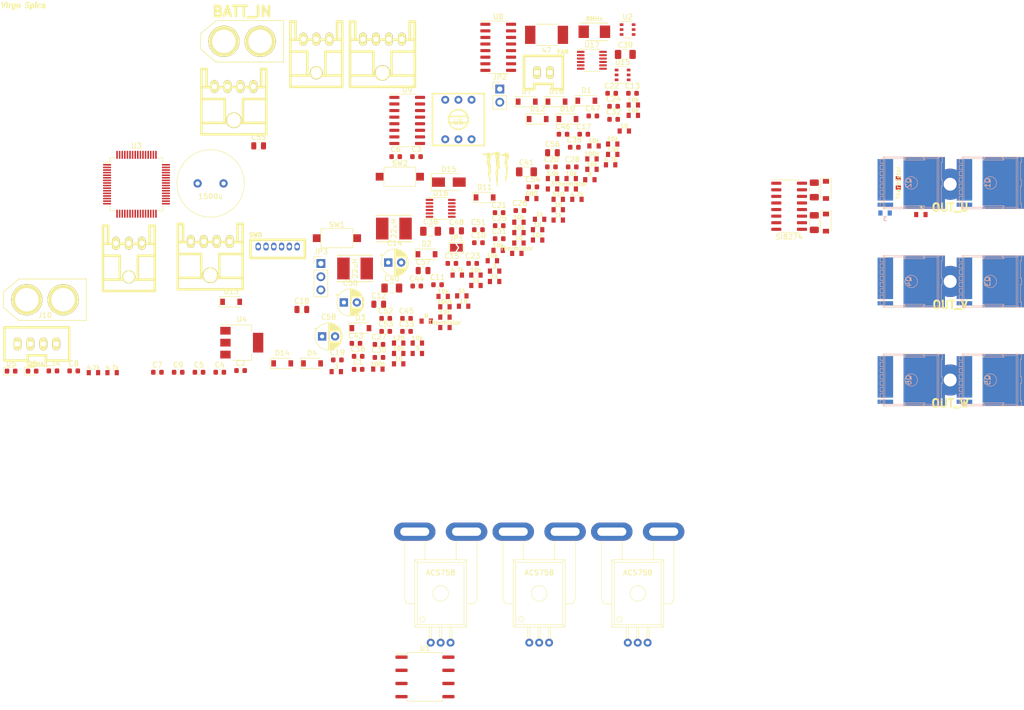
<source format=kicad_pcb>
(kicad_pcb (version 20171130) (host pcbnew "(5.1.4)-1")
  (layers (0 F.Cu signal) (31 B.Cu signal) (34 B.Paste user) (35 F.Paste user) (36 B.SilkS user) (37 F.SilkS user) (38 B.Mask user) (39 F.Mask user) (44 Edge.Cuts user))
  (net 0 "")
  (net 1 GND)
  (net 2 /OSC_IN)
  (net 3 /OSC_OUT)
  (net 4 +3V3)
  (net 5 "Net-(C4-Pad2)")
  (net 6 /FB_5V)
  (net 7 "Net-(C8-Pad1)")
  (net 8 "Net-(C8-Pad2)")
  (net 9 +12V)
  (net 10 "Net-(C12-Pad1)")
  (net 11 "Net-(C15-Pad1)")
  (net 12 "Net-(C17-Pad1)")
  (net 13 +5V)
  (net 14 IO_Vdd)
  (net 15 /Drive_U_Temp)
  (net 16 /Drive_V_Temp)
  (net 17 /Drive_W_Temp)
  (net 18 /Subscribe_Temp)
  (net 19 /OUT_U_Current)
  (net 20 /OUT_V_Current)
  (net 21 /OUT_W_Current)
  (net 22 "Net-(C36-Pad1)")
  (net 23 /OUT_U)
  (net 24 "Net-(C37-Pad1)")
  (net 25 /OUT_V)
  (net 26 "Net-(C38-Pad1)")
  (net 27 "Net-(C39-Pad1)")
  (net 28 /OUT_W)
  (net 29 "Net-(C40-Pad1)")
  (net 30 "Net-(C41-Pad1)")
  (net 31 +3.3VP)
  (net 32 "Net-(C43-Pad1)")
  (net 33 /FB_12P)
  (net 34 /OUT_U_DIGITAL<3V3P)
  (net 35 /OUT_V_DIGITAL<3V3P)
  (net 36 /OUT_W_DIGITAL<3V3P)
  (net 37 "Net-(C47-Pad2)")
  (net 38 "Net-(C47-Pad1)")
  (net 39 +Batt)
  (net 40 +BATT)
  (net 41 "Net-(D1-Pad1)")
  (net 42 "Net-(D1-Pad2)")
  (net 43 "Net-(D5-Pad2)")
  (net 44 "Net-(D6-Pad2)")
  (net 45 "Net-(D7-Pad2)")
  (net 46 "Net-(D8-Pad2)")
  (net 47 "Net-(D9-Pad2)")
  (net 48 "Net-(D10-Pad2)")
  (net 49 "Net-(D11-Pad2)")
  (net 50 "Net-(D12-Pad2)")
  (net 51 "Net-(D13-Pad2)")
  (net 52 /SWCLK)
  (net 53 /SWDIO)
  (net 54 /~RST)
  (net 55 "Net-(J1-Pad6)")
  (net 56 /CAN_H)
  (net 57 /CAN_L)
  (net 58 "Net-(J4-Pad3)")
  (net 59 "Net-(J4-Pad4)")
  (net 60 /IO0_Pin)
  (net 61 /IO1_Pin)
  (net 62 /USARTX_RX)
  (net 63 /USARTX_TX)
  (net 64 "Net-(J8-Pad2)")
  (net 65 "Net-(JP2-Pad1)")
  (net 66 "Net-(Q1-PadG)")
  (net 67 "Net-(Q2-PadS)")
  (net 68 "Net-(Q2-PadG)")
  (net 69 "Net-(Q3-PadG)")
  (net 70 "Net-(Q4-PadG)")
  (net 71 "Net-(Q4-PadS)")
  (net 72 "Net-(Q5-PadG)")
  (net 73 "Net-(Q6-PadG)")
  (net 74 "Net-(Q6-PadS)")
  (net 75 "Net-(R1-Pad1)")
  (net 76 /TIMx_CH1)
  (net 77 /TIMx_CH2)
  (net 78 /SW0)
  (net 79 /SW1)
  (net 80 /LED0)
  (net 81 /LED1)
  (net 82 "Net-(R15-Pad2)")
  (net 83 /Enable)
  (net 84 "Net-(R23-Pad1)")
  (net 85 "Net-(R24-Pad1)")
  (net 86 "Net-(R25-Pad1)")
  (net 87 /PWR_ON_Pin)
  (net 88 "Net-(R29-Pad1)")
  (net 89 "Net-(R30-Pad1)")
  (net 90 "Net-(R31-Pad1)")
  (net 91 "Net-(R33-Pad2)")
  (net 92 "Net-(R34-Pad2)")
  (net 93 "Net-(R35-Pad2)")
  (net 94 "Net-(R36-Pad2)")
  (net 95 "Net-(R37-Pad2)")
  (net 96 "Net-(R38-Pad2)")
  (net 97 +12P)
  (net 98 "Net-(SW1-Pad1)")
  (net 99 "Net-(SW2-Pad1)")
  (net 100 /CAN1_TX)
  (net 101 /CAN1_RX)
  (net 102 "Net-(U3-Pad4)")
  (net 103 "Net-(U3-Pad8)")
  (net 104 "Net-(U3-Pad11)")
  (net 105 /ADC_~RST~_Pin)
  (net 106 /USARTx_TX)
  (net 107 /USARTx_RX)
  (net 108 "Net-(U3-Pad24)")
  (net 109 /ADRESS_0)
  (net 110 /ADRESS_1)
  (net 111 /ADRESS_2)
  (net 112 /ADRESS_3)
  (net 113 "Net-(U3-Pad37)")
  (net 114 "Net-(U3-Pad38)")
  (net 115 "Net-(U3-Pad39)")
  (net 116 "Net-(U3-Pad40)")
  (net 117 "Net-(U3-Pad41)")
  (net 118 "Net-(U3-Pad44)")
  (net 119 "Net-(U3-Pad45)")
  (net 120 "Net-(U3-Pad50)")
  (net 121 "Net-(U3-Pad51)")
  (net 122 "Net-(U3-Pad52)")
  (net 123 "Net-(U3-Pad53)")
  (net 124 "Net-(U3-Pad54)")
  (net 125 "Net-(U3-Pad55)")
  (net 126 "Net-(U3-Pad58)")
  (net 127 "Net-(U3-Pad59)")
  (net 128 "Net-(U7-Pad13)")
  (net 129 "Net-(U7-Pad12)")
  (net 130 "Net-(U7-Pad7)")
  (net 131 "Net-(U7-Pad2)")
  (net 132 /PWM_U)
  (net 133 /PWM_V)
  (net 134 "Net-(U8-Pad2)")
  (net 135 "Net-(U8-Pad7)")
  (net 136 "Net-(U8-Pad12)")
  (net 137 "Net-(U8-Pad13)")
  (net 138 /PWM_W)
  (net 139 "Net-(U9-Pad2)")
  (net 140 "Net-(U9-Pad7)")
  (net 141 "Net-(U9-Pad12)")
  (net 142 "Net-(U9-Pad13)")
  (net 143 /OUT_U_Analog)
  (net 144 /OUT_V_Analog)
  (net 145 /OUT_W_Analog)
  (net 146 "Net-(U17-Pad3)")
  (net 147 "Net-(U17-Pad8)")
  (net 148 Earth)
  (net 149 "Net-(C48-Pad2)")
  (net 150 "Net-(U1-Pad8)")
  (module Capacitor_SMD:C_0603_1608Metric (layer F.Cu) (at 96.840001 96.700001)
    (fp_text reference C1 (at 0 -1.43) (layer F.SilkS))
    (fp_text value 22p)
    (pad 2 smd roundrect (at 0.7875 0) (size 0.875 0.95) (layers F.Cu F.Paste F.Mask) (net 1 GND))
    (pad 1 smd roundrect (at -0.7875 0) (size 0.875 0.95) (layers F.Cu F.Paste F.Mask) (net 2 /OSC_IN))
  )
  (module Capacitor_SMD:C_0603_1608Metric (layer F.Cu) (at 74.170001 96.930001)
    (fp_text reference C2 (at 0 -1.43) (layer F.SilkS))
    (fp_text value 22p)
    (pad 1 smd roundrect (at -0.7875 0) (size 0.875 0.95) (layers F.Cu F.Paste F.Mask) (net 3 /OSC_OUT))
    (pad 2 smd roundrect (at 0.7875 0) (size 0.875 0.95) (layers F.Cu F.Paste F.Mask) (net 1 GND))
  )
  (module Capacitor_SMD:C_0603_1608Metric (layer F.Cu) (at 108.090001 55.680001)
    (fp_text reference C3 (at 0 -1.43) (layer F.SilkS))
    (fp_text value 0.1u)
    (pad 1 smd roundrect (at -0.7875 0) (size 0.875 0.95) (layers F.Cu F.Paste F.Mask) (net 4 +3V3))
    (pad 2 smd roundrect (at 0.7875 0) (size 0.875 0.95) (layers F.Cu F.Paste F.Mask) (net 1 GND))
  )
  (module Capacitor_SMD:C_0603_1608Metric (layer F.Cu) (at 70.160001 97.260001)
    (fp_text reference C4 (at 0 -1.43) (layer F.SilkS))
    (fp_text value 0.1u)
    (pad 2 smd roundrect (at 0.7875 0) (size 0.875 0.95) (layers F.Cu F.Paste F.Mask) (net 5 "Net-(C4-Pad2)"))
    (pad 1 smd roundrect (at -0.7875 0) (size 0.875 0.95) (layers F.Cu F.Paste F.Mask) (net 6 /FB_5V))
  )
  (module Capacitor_SMD:C_0603_1608Metric (layer F.Cu) (at 66.150001 97.260001)
    (fp_text reference C5 (at 0 -1.43) (layer F.SilkS))
    (fp_text value 0.1u)
    (pad 1 smd roundrect (at -0.7875 0) (size 0.875 0.95) (layers F.Cu F.Paste F.Mask) (net 4 +3V3))
    (pad 2 smd roundrect (at 0.7875 0) (size 0.875 0.95) (layers F.Cu F.Paste F.Mask) (net 1 GND))
  )
  (module Capacitor_SMD:C_0603_1608Metric (layer F.Cu) (at 104.080001 55.680001)
    (fp_text reference C6 (at 0 -1.43) (layer F.SilkS))
    (fp_text value 0.1u)
    (pad 2 smd roundrect (at 0.7875 0) (size 0.875 0.95) (layers F.Cu F.Paste F.Mask) (net 1 GND))
    (pad 1 smd roundrect (at -0.7875 0) (size 0.875 0.95) (layers F.Cu F.Paste F.Mask) (net 4 +3V3))
  )
  (module Capacitor_SMD:C_0603_1608Metric (layer F.Cu) (at 58.130001 97.260001)
    (fp_text reference C7 (at 0 -1.43) (layer F.SilkS))
    (fp_text value 0.1u)
    (pad 1 smd roundrect (at -0.7875 0) (size 0.875 0.95) (layers F.Cu F.Paste F.Mask) (net 4 +3V3))
    (pad 2 smd roundrect (at 0.7875 0) (size 0.875 0.95) (layers F.Cu F.Paste F.Mask) (net 1 GND))
  )
  (module Capacitor_SMD:C_0603_1608Metric (layer F.Cu) (at 41.990001 97.000001)
    (fp_text reference C8 (at 0 -1.43) (layer F.SilkS))
    (fp_text value 0.1u)
    (pad 1 smd roundrect (at -0.7875 0) (size 0.875 0.95) (layers F.Cu F.Paste F.Mask) (net 7 "Net-(C8-Pad1)"))
    (pad 2 smd roundrect (at 0.7875 0) (size 0.875 0.95) (layers F.Cu F.Paste F.Mask) (net 8 "Net-(C8-Pad2)"))
  )
  (module Capacitor_SMD:C_0603_1608Metric (layer F.Cu) (at 62.140001 97.260001)
    (fp_text reference C9 (at 0 -1.43) (layer F.SilkS))
    (fp_text value 0.1u)
    (pad 2 smd roundrect (at 0.7875 0) (size 0.875 0.95) (layers F.Cu F.Paste F.Mask) (net 148 Earth))
    (pad 1 smd roundrect (at -0.7875 0) (size 0.875 0.95) (layers F.Cu F.Paste F.Mask) (net 9 +12V))
  )
  (module Capacitor_SMD:C_0603_1608Metric (layer F.Cu) (at 120.030001 72.280001)
    (fp_text reference C10 (at 0 -1.43) (layer F.SilkS))
    (fp_text value 0.1u)
    (pad 1 smd roundrect (at -0.7875 0) (size 0.875 0.95) (layers F.Cu F.Paste F.Mask) (net 9 +12V))
    (pad 2 smd roundrect (at 0.7875 0) (size 0.875 0.95) (layers F.Cu F.Paste F.Mask) (net 148 Earth))
  )
  (module Capacitor_SMD:C_0603_1608Metric (layer F.Cu) (at 112.150001 80.380001)
    (fp_text reference C11 (at 0 -1.43) (layer F.SilkS))
    (fp_text value 0.1u)
    (pad 2 smd roundrect (at 0.7875 0) (size 0.875 0.95) (layers F.Cu F.Paste F.Mask) (net 1 GND))
    (pad 1 smd roundrect (at -0.7875 0) (size 0.875 0.95) (layers F.Cu F.Paste F.Mask) (net 4 +3V3))
  )
  (module Capacitor_SMD:C_0805_2012Metric (layer F.Cu) (at 100.810001 84.140001)
    (fp_text reference C12 (at 0 -1.65) (layer F.SilkS))
    (fp_text value 4.7u)
    (pad 2 smd roundrect (at 0.9375 0) (size 0.975 1.4) (layers F.Cu F.Paste F.Mask) (net 1 GND))
    (pad 1 smd roundrect (at -0.9375 0) (size 0.975 1.4) (layers F.Cu F.Paste F.Mask) (net 10 "Net-(C12-Pad1)"))
  )
  (module Capacitor_SMD:C_0603_1608Metric (layer F.Cu) (at 149.740001 43.470001)
    (fp_text reference C13 (at 0 -1.43) (layer F.SilkS))
    (fp_text value 1u)
    (pad 2 smd roundrect (at 0.7875 0) (size 0.875 0.95) (layers F.Cu F.Paste F.Mask) (net 1 GND))
    (pad 1 smd roundrect (at -0.7875 0) (size 0.875 0.95) (layers F.Cu F.Paste F.Mask) (net 4 +3V3))
  )
  (module Capacitor_THT:CP_Radial_D5.0mm_P2.50mm (layer F.Cu) (at 102.639776 76.100001)
    (fp_text reference C14 (at 1.25 -3.75) (layer F.SilkS))
    (fp_text value 100u)
    (pad 1 thru_hole rect (at 0 0) (size 1.6 1.6) (drill 0.8) (layers *.Cu *.Mask) (net 10 "Net-(C12-Pad1)"))
    (pad 2 thru_hole circle (at 2.5 0) (size 1.6 1.6) (drill 0.8) (layers *.Cu *.Mask) (net 1 GND))
  )
  (module Capacitor_SMD:C_0603_1608Metric (layer F.Cu) (at 114.910001 76.270001)
    (fp_text reference C15 (at 0 -1.43) (layer F.SilkS))
    (fp_text value 2.2u)
    (pad 1 smd roundrect (at -0.7875 0) (size 0.875 0.95) (layers F.Cu F.Paste F.Mask) (net 11 "Net-(C15-Pad1)"))
    (pad 2 smd roundrect (at 0.7875 0) (size 0.875 0.95) (layers F.Cu F.Paste F.Mask) (net 1 GND))
  )
  (module Capacitor_SMD:C_0603_1608Metric (layer F.Cu) (at 96.840001 94.190001)
    (fp_text reference C16 (at 0 -1.43) (layer F.SilkS))
    (fp_text value 4.7u)
    (pad 2 smd roundrect (at 0.7875 0) (size 0.875 0.95) (layers F.Cu F.Paste F.Mask) (net 1 GND))
    (pad 1 smd roundrect (at -0.7875 0) (size 0.875 0.95) (layers F.Cu F.Paste F.Mask) (net 4 +3V3))
  )
  (module Capacitor_SMD:C_0603_1608Metric (layer F.Cu) (at 140.350001 51.360001)
    (fp_text reference C17 (at 0 -1.43) (layer F.SilkS))
    (fp_text value 2.2u)
    (pad 2 smd roundrect (at 0.7875 0) (size 0.875 0.95) (layers F.Cu F.Paste F.Mask) (net 1 GND))
    (pad 1 smd roundrect (at -0.7875 0) (size 0.875 0.95) (layers F.Cu F.Paste F.Mask) (net 12 "Net-(C17-Pad1)"))
  )
  (module Capacitor_SMD:C_0805_2012Metric (layer F.Cu) (at 85.980001 85.150001)
    (fp_text reference C18 (at 0 -1.65) (layer F.SilkS))
    (fp_text value 4.7u)
    (pad 2 smd roundrect (at 0.9375 0) (size 0.975 1.4) (layers F.Cu F.Paste F.Mask) (net 1 GND))
    (pad 1 smd roundrect (at -0.9375 0) (size 0.975 1.4) (layers F.Cu F.Paste F.Mask) (net 6 /FB_5V))
  )
  (module Capacitor_SMD:C_0603_1608Metric (layer F.Cu) (at 92.830001 94.880001)
    (fp_text reference C19 (at 0 -1.43) (layer F.SilkS))
    (fp_text value 10u)
    (pad 1 smd roundrect (at -0.7875 0) (size 0.875 0.95) (layers F.Cu F.Paste F.Mask) (net 13 +5V))
    (pad 2 smd roundrect (at 0.7875 0) (size 0.875 0.95) (layers F.Cu F.Paste F.Mask) (net 1 GND))
  )
  (module Capacitor_SMD:C_0603_1608Metric (layer F.Cu) (at 134.110001 57.660001)
    (fp_text reference C20 (at 0 -1.43) (layer F.SilkS))
    (fp_text value 0.1u)
    (pad 1 smd roundrect (at -0.7875 0) (size 0.875 0.95) (layers F.Cu F.Paste F.Mask) (net 1 GND))
    (pad 2 smd roundrect (at 0.7875 0) (size 0.875 0.95) (layers F.Cu F.Paste F.Mask) (net 13 +5V))
  )
  (module Capacitor_SMD:C_0603_1608Metric (layer F.Cu) (at 124.010001 66.480001)
    (fp_text reference C21 (at 0 -1.43) (layer F.SilkS))
    (fp_text value 22u)
    (pad 2 smd roundrect (at 0.7875 0) (size 0.875 0.95) (layers F.Cu F.Paste F.Mask) (net 1 GND))
    (pad 1 smd roundrect (at -0.7875 0) (size 0.875 0.95) (layers F.Cu F.Paste F.Mask) (net 4 +3V3))
  )
  (module Capacitor_SMD:C_0603_1608Metric (layer F.Cu) (at 145.730001 43.470001)
    (fp_text reference C22 (at 0 -1.43) (layer F.SilkS))
    (fp_text value 0.1u)
    (pad 1 smd roundrect (at -0.7875 0) (size 0.875 0.95) (layers F.Cu F.Paste F.Mask) (net 1 GND))
    (pad 2 smd roundrect (at 0.7875 0) (size 0.875 0.95) (layers F.Cu F.Paste F.Mask) (net 14 IO_Vdd))
  )
  (module Capacitor_SMD:C_0603_1608Metric (layer F.Cu) (at 118.920001 76.270001)
    (fp_text reference C23 (at 0 -1.43) (layer F.SilkS))
    (fp_text value 0.1u)
    (pad 1 smd roundrect (at -0.7875 0) (size 0.875 0.95) (layers F.Cu F.Paste F.Mask) (net 1 GND))
    (pad 2 smd roundrect (at 0.7875 0) (size 0.875 0.95) (layers F.Cu F.Paste F.Mask) (net 14 IO_Vdd))
  )
  (module Capacitor_SMD:C_0603_1608Metric (layer F.Cu) (at 146.100001 45.980001)
    (fp_text reference C24 (at 0 -1.43) (layer F.SilkS))
    (fp_text value 0.1u)
    (pad 2 smd roundrect (at 0.7875 0) (size 0.875 0.95) (layers F.Cu F.Paste F.Mask) (net 13 +5V))
    (pad 1 smd roundrect (at -0.7875 0) (size 0.875 0.95) (layers F.Cu F.Paste F.Mask) (net 1 GND))
  )
  (module Capacitor_SMD:C_0603_1608Metric (layer F.Cu) (at 124.040001 68.990001)
    (fp_text reference C25 (at 0 -1.43) (layer F.SilkS))
    (fp_text value 0.1u)
    (pad 2 smd roundrect (at 0.7875 0) (size 0.875 0.95) (layers F.Cu F.Paste F.Mask) (net 1 GND))
    (pad 1 smd roundrect (at -0.7875 0) (size 0.875 0.95) (layers F.Cu F.Paste F.Mask) (net 15 /Drive_U_Temp))
  )
  (module Capacitor_SMD:C_0603_1608Metric (layer F.Cu) (at 128.020001 66.080001)
    (fp_text reference C26 (at 0 -1.43) (layer F.SilkS))
    (fp_text value 0.1u)
    (pad 1 smd roundrect (at -0.7875 0) (size 0.875 0.95) (layers F.Cu F.Paste F.Mask) (net 16 /Drive_V_Temp))
    (pad 2 smd roundrect (at 0.7875 0) (size 0.875 0.95) (layers F.Cu F.Paste F.Mask) (net 1 GND))
  )
  (module Capacitor_SMD:C_0603_1608Metric (layer F.Cu) (at 100.850001 91.890001)
    (fp_text reference C27 (at 0 -1.43) (layer F.SilkS))
    (fp_text value 0.1u)
    (pad 2 smd roundrect (at 0.7875 0) (size 0.875 0.95) (layers F.Cu F.Paste F.Mask) (net 1 GND))
    (pad 1 smd roundrect (at -0.7875 0) (size 0.875 0.95) (layers F.Cu F.Paste F.Mask) (net 17 /Drive_W_Temp))
  )
  (module Capacitor_SMD:C_0603_1608Metric (layer F.Cu) (at 138.120001 57.660001)
    (fp_text reference C28 (at 0 -1.43) (layer F.SilkS))
    (fp_text value 0.1u)
    (pad 2 smd roundrect (at 0.7875 0) (size 0.875 0.95) (layers F.Cu F.Paste F.Mask) (net 1 GND))
    (pad 1 smd roundrect (at -0.7875 0) (size 0.875 0.95) (layers F.Cu F.Paste F.Mask) (net 18 /Subscribe_Temp))
  )
  (module Capacitor_SMD:C_0603_1608Metric (layer F.Cu) (at 100.850001 94.400001)
    (fp_text reference C30 (at 0 -1.43) (layer F.SilkS))
    (fp_text value 470n)
    (pad 2 smd roundrect (at 0.7875 0) (size 0.875 0.95) (layers F.Cu F.Paste F.Mask) (net 19 /OUT_U_Current))
    (pad 1 smd roundrect (at -0.7875 0) (size 0.875 0.95) (layers F.Cu F.Paste F.Mask) (net 1 GND))
  )
  (module Capacitor_SMD:C_0603_1608Metric (layer F.Cu) (at 124.040001 71.500001)
    (fp_text reference C31 (at 0 -1.43) (layer F.SilkS))
    (fp_text value 470n)
    (pad 1 smd roundrect (at -0.7875 0) (size 0.875 0.95) (layers F.Cu F.Paste F.Mask) (net 1 GND))
    (pad 2 smd roundrect (at 0.7875 0) (size 0.875 0.95) (layers F.Cu F.Paste F.Mask) (net 20 /OUT_V_Current))
  )
  (module Capacitor_SMD:C_0603_1608Metric (layer F.Cu) (at 146.100001 48.490001)
    (fp_text reference C32 (at 0 -1.43) (layer F.SilkS))
    (fp_text value 470n)
    (pad 2 smd roundrect (at 0.7875 0) (size 0.875 0.95) (layers F.Cu F.Paste F.Mask) (net 21 /OUT_W_Current))
    (pad 1 smd roundrect (at -0.7875 0) (size 0.875 0.95) (layers F.Cu F.Paste F.Mask) (net 1 GND))
  )
  (module Capacitor_SMD:C_0603_1608Metric (layer F.Cu) (at 106.170001 89.380001)
    (fp_text reference C33 (at 0 -1.43) (layer F.SilkS))
    (fp_text value 0.1u)
    (pad 1 smd roundrect (at -0.7875 0) (size 0.875 0.95) (layers F.Cu F.Paste F.Mask) (net 4 +3V3))
    (pad 2 smd roundrect (at 0.7875 0) (size 0.875 0.95) (layers F.Cu F.Paste F.Mask) (net 1 GND))
  )
  (module Capacitor_SMD:C_0603_1608Metric (layer F.Cu) (at 37.980001 97.000001)
    (fp_text reference C34 (at 0 -1.43) (layer F.SilkS))
    (fp_text value 0.1u)
    (pad 2 smd roundrect (at 0.7875 0) (size 0.875 0.95) (layers F.Cu F.Paste F.Mask) (net 1 GND))
    (pad 1 smd roundrect (at -0.7875 0) (size 0.875 0.95) (layers F.Cu F.Paste F.Mask) (net 4 +3V3))
  )
  (module Capacitor_SMD:C_0603_1608Metric (layer F.Cu) (at 138.520001 53.870001)
    (fp_text reference C35 (at 0 -1.43) (layer F.SilkS))
    (fp_text value 0.1u)
    (pad 1 smd roundrect (at -0.7875 0) (size 0.875 0.95) (layers F.Cu F.Paste F.Mask) (net 4 +3V3))
    (pad 2 smd roundrect (at 0.7875 0) (size 0.875 0.95) (layers F.Cu F.Paste F.Mask) (net 1 GND))
  )
  (module Capacitor_SMD:C_1206_3216Metric (layer F.Cu) (at 184.8 62.1 270)
    (fp_text reference C36 hide)
    (fp_text value 4.7u)
    (pad 1 smd roundrect (at -1.4 0 270) (size 1.25 1.75) (layers F.Cu F.Paste F.Mask) (roundrect_rratio 0.2) (net 22 "Net-(C36-Pad1)"))
    (pad 2 smd roundrect (at 1.4 0 270) (size 1.25 1.75) (layers F.Cu F.Paste F.Mask) (roundrect_rratio 0.2) (net 23 /OUT_U))
  )
  (module Capacitor_SMD:C_1206_3216Metric (layer F.Cu) (at 184.8 68.4 270)
    (fp_text reference C37 hide)
    (fp_text value 4.7u)
    (pad 1 smd roundrect (at -1.4 0 270) (size 1.25 1.75) (layers F.Cu F.Paste F.Mask) (roundrect_rratio 0.2) (net 24 "Net-(C37-Pad1)"))
    (pad 2 smd roundrect (at 1.4 0 270) (size 1.25 1.75) (layers F.Cu F.Paste F.Mask) (roundrect_rratio 0.2) (net 1 GND))
  )
  (module Capacitor_SMD:C_1206_3216Metric (layer F.Cu) (at 110.810001 70.070001)
    (fp_text reference C38 (at 0 -1.82) (layer F.SilkS))
    (fp_text value 4.7u)
    (pad 2 smd roundrect (at 1.4 0) (size 1.25 1.75) (layers F.Cu F.Paste F.Mask) (roundrect_rratio 0.2) (net 25 /OUT_V))
    (pad 1 smd roundrect (at -1.4 0) (size 1.25 1.75) (layers F.Cu F.Paste F.Mask) (roundrect_rratio 0.2) (net 26 "Net-(C38-Pad1)"))
  )
  (module Capacitor_SMD:C_1206_3216Metric (layer F.Cu) (at 148.360001 35.970001)
    (fp_text reference C39 (at 0 -1.82) (layer F.SilkS))
    (fp_text value 4.7u)
    (pad 2 smd roundrect (at 1.4 0) (size 1.25 1.75) (layers F.Cu F.Paste F.Mask) (roundrect_rratio 0.2) (net 1 GND))
    (pad 1 smd roundrect (at -1.4 0) (size 1.25 1.75) (layers F.Cu F.Paste F.Mask) (roundrect_rratio 0.2) (net 27 "Net-(C39-Pad1)"))
  )
  (module Capacitor_SMD:C_1206_3216Metric (layer F.Cu) (at 103.330001 81.020001)
    (fp_text reference C40 (at 0 -1.82) (layer F.SilkS))
    (fp_text value 4.7u)
    (pad 2 smd roundrect (at 1.4 0) (size 1.25 1.75) (layers F.Cu F.Paste F.Mask) (roundrect_rratio 0.2) (net 28 /OUT_W))
    (pad 1 smd roundrect (at -1.4 0) (size 1.25 1.75) (layers F.Cu F.Paste F.Mask) (roundrect_rratio 0.2) (net 29 "Net-(C40-Pad1)"))
  )
  (module Capacitor_SMD:C_1206_3216Metric (layer F.Cu) (at 129.300001 58.610001)
    (fp_text reference C41 (at 0 -1.82) (layer F.SilkS))
    (fp_text value 4.7u)
    (pad 1 smd roundrect (at -1.4 0) (size 1.25 1.75) (layers F.Cu F.Paste F.Mask) (roundrect_rratio 0.2) (net 30 "Net-(C41-Pad1)"))
    (pad 2 smd roundrect (at 1.4 0) (size 1.25 1.75) (layers F.Cu F.Paste F.Mask) (roundrect_rratio 0.2) (net 1 GND))
  )
  (module Capacitor_SMD:C_0603_1608Metric (layer F.Cu) (at 96.410001 91.680001)
    (fp_text reference C43 (at 0 -1.43) (layer F.SilkS))
    (fp_text value 0.1u)
    (pad 1 smd roundrect (at -0.7875 0) (size 0.875 0.95) (layers F.Cu F.Paste F.Mask) (net 32 "Net-(C43-Pad1)"))
    (pad 2 smd roundrect (at 0.7875 0) (size 0.875 0.95) (layers F.Cu F.Paste F.Mask) (net 33 /FB_12P))
  )
  (module Capacitor_SMD:C_0603_1608Metric (layer F.Cu) (at 108.140001 80.630001)
    (fp_text reference C44 (at 0 -1.43) (layer F.SilkS))
    (fp_text value 0.1u)
    (pad 1 smd roundrect (at -0.7875 0) (size 0.875 0.95) (layers F.Cu F.Paste F.Mask) (net 1 GND))
    (pad 2 smd roundrect (at 0.7875 0) (size 0.875 0.95) (layers F.Cu F.Paste F.Mask) (net 34 /OUT_U_DIGITAL<3V3P))
  )
  (module Capacitor_SMD:C_0603_1608Metric (layer F.Cu) (at 106.170001 86.870001)
    (fp_text reference C45 (at 0 -1.43) (layer F.SilkS))
    (fp_text value 0.1u)
    (pad 1 smd roundrect (at -0.7875 0) (size 0.875 0.95) (layers F.Cu F.Paste F.Mask) (net 1 GND))
    (pad 2 smd roundrect (at 0.7875 0) (size 0.875 0.95) (layers F.Cu F.Paste F.Mask) (net 35 /OUT_V_DIGITAL<3V3P))
  )
  (module Capacitor_SMD:C_0603_1608Metric (layer F.Cu) (at 136.340001 51.360001)
    (fp_text reference C46 (at 0 -1.43) (layer F.SilkS))
    (fp_text value 0.1u)
    (pad 2 smd roundrect (at 0.7875 0) (size 0.875 0.95) (layers F.Cu F.Paste F.Mask) (net 36 /OUT_W_DIGITAL<3V3P))
    (pad 1 smd roundrect (at -0.7875 0) (size 0.875 0.95) (layers F.Cu F.Paste F.Mask) (net 1 GND))
  )
  (module Capacitor_SMD:C_0603_1608Metric (layer F.Cu) (at 142.090001 47.830001)
    (fp_text reference C47 (at 0 -1.43) (layer F.SilkS))
    (fp_text value 0.1u)
    (pad 2 smd roundrect (at 0.7875 0) (size 0.875 0.95) (layers F.Cu F.Paste F.Mask) (net 37 "Net-(C47-Pad2)"))
    (pad 1 smd roundrect (at -0.7875 0) (size 0.875 0.95) (layers F.Cu F.Paste F.Mask) (net 38 "Net-(C47-Pad1)"))
  )
  (module Capacitor_SMD:C_0805_2012Metric (layer F.Cu) (at 115.820001 69.990001)
    (fp_text reference C48 (at 0 -1.65) (layer F.SilkS))
    (fp_text value 4.7u)
    (pad 2 smd roundrect (at 0.9375 0) (size 0.975 1.4) (layers F.Cu F.Paste F.Mask) (net 149 "Net-(C48-Pad2)"))
    (pad 1 smd roundrect (at -0.9375 0) (size 0.975 1.4) (layers F.Cu F.Paste F.Mask) (net 39 +Batt))
  )
  (module Mizz_lib:C_Radial_D13mm_H25.0mm_P5.00mm (layer F.Cu) (at 65.885001 60.845001)
    (fp_text reference C49 hide)
    (fp_text value 1500u (at 2.5 2.5 180) (layer F.SilkS))
    (pad 1 thru_hole circle (at 0 0) (size 1.6 1.6) (drill 0.8) (layers *.Cu *.Mask) (net 40 +BATT))
    (pad 2 thru_hole circle (at 5 0) (size 1.6 1.6) (drill 0.8) (layers *.Cu *.Mask) (net 1 GND))
  )
  (module Capacitor_THT:CP_Radial_D5.0mm_P2.50mm (layer F.Cu) (at 94.089776 83.800001)
    (fp_text reference C50 (at 1.25 -3.75) (layer F.SilkS))
    (fp_text value 100u)
    (pad 1 thru_hole rect (at 0 0) (size 1.6 1.6) (drill 0.8) (layers *.Cu *.Mask) (net 39 +Batt))
    (pad 2 thru_hole circle (at 2.5 0) (size 1.6 1.6) (drill 0.8) (layers *.Cu *.Mask) (net 149 "Net-(C48-Pad2)"))
  )
  (module Capacitor_SMD:C_0603_1608Metric (layer F.Cu) (at 120.030001 69.770001)
    (fp_text reference C51 (at 0 -1.43) (layer F.SilkS))
    (fp_text value 0.1u)
    (pad 2 smd roundrect (at 0.7875 0) (size 0.875 0.95) (layers F.Cu F.Paste F.Mask) (net 1 GND))
    (pad 1 smd roundrect (at -0.7875 0) (size 0.875 0.95) (layers F.Cu F.Paste F.Mask) (net 31 +3.3VP))
  )
  (module Capacitor_SMD:C_0603_1608Metric (layer F.Cu) (at 102.160001 86.870001)
    (fp_text reference C52 (at 0 -1.43) (layer F.SilkS))
    (fp_text value 0.1u)
    (pad 1 smd roundrect (at -0.7875 0) (size 0.875 0.95) (layers F.Cu F.Paste F.Mask) (net 31 +3.3VP))
    (pad 2 smd roundrect (at 0.7875 0) (size 0.875 0.95) (layers F.Cu F.Paste F.Mask) (net 1 GND))
  )
  (module Capacitor_SMD:C_0603_1608Metric (layer F.Cu) (at 102.160001 89.380001)
    (fp_text reference C53 (at 0 -1.43) (layer F.SilkS))
    (fp_text value 0.1u)
    (pad 1 smd roundrect (at -0.7875 0) (size 0.875 0.95) (layers F.Cu F.Paste F.Mask) (net 31 +3.3VP))
    (pad 2 smd roundrect (at 0.7875 0) (size 0.875 0.95) (layers F.Cu F.Paste F.Mask) (net 1 GND))
  )
  (module Capacitor_SMD:C_0603_1608Metric (layer F.Cu) (at 130.520001 61.510001)
    (fp_text reference C54 (at 0 -1.43) (layer F.SilkS))
    (fp_text value 0.1u)
    (pad 2 smd roundrect (at 0.7875 0) (size 0.875 0.95) (layers F.Cu F.Paste F.Mask) (net 1 GND))
    (pad 1 smd roundrect (at -0.7875 0) (size 0.875 0.95) (layers F.Cu F.Paste F.Mask) (net 31 +3.3VP))
  )
  (module Capacitor_SMD:C_0805_2012Metric (layer F.Cu) (at 77.650001 53.600001)
    (fp_text reference C55 (at 0 -1.65) (layer F.SilkS))
    (fp_text value 4.7u)
    (pad 1 smd roundrect (at -0.9375 0) (size 0.975 1.4) (layers F.Cu F.Paste F.Mask) (net 40 +BATT))
    (pad 2 smd roundrect (at 0.9375 0) (size 0.975 1.4) (layers F.Cu F.Paste F.Mask) (net 1 GND))
  )
  (module Capacitor_SMD:C_0805_2012Metric (layer F.Cu) (at 134.310001 54.930001)
    (fp_text reference C56 (at 0 -1.65) (layer F.SilkS))
    (fp_text value 4.7u)
    (pad 1 smd roundrect (at -0.9375 0) (size 0.975 1.4) (layers F.Cu F.Paste F.Mask) (net 33 /FB_12P))
    (pad 2 smd roundrect (at 0.9375 0) (size 0.975 1.4) (layers F.Cu F.Paste F.Mask) (net 149 "Net-(C48-Pad2)"))
  )
  (module Capacitor_SMD:C_0805_2012Metric (layer F.Cu) (at 109.360001 77.650001)
    (fp_text reference C57 (at 0 -1.65) (layer F.SilkS))
    (fp_text value 4.7u)
    (pad 1 smd roundrect (at -0.9375 0) (size 0.975 1.4) (layers F.Cu F.Paste F.Mask) (net 40 +BATT))
    (pad 2 smd roundrect (at 0.9375 0) (size 0.975 1.4) (layers F.Cu F.Paste F.Mask) (net 1 GND))
  )
  (module Capacitor_THT:CP_Radial_D5.0mm_P2.50mm (layer F.Cu) (at 89.889776 90.350001)
    (fp_text reference C58 (at 1.25 -3.75) (layer F.SilkS))
    (fp_text value 100u)
    (pad 2 thru_hole circle (at 2.5 0) (size 1.6 1.6) (drill 0.8) (layers *.Cu *.Mask) (net 149 "Net-(C48-Pad2)"))
    (pad 1 thru_hole rect (at 0 0) (size 1.6 1.6) (drill 0.8) (layers *.Cu *.Mask) (net 97 +12P))
  )
  (module Diode_SMD:D_SOD-123 (layer F.Cu) (at 140.850001 44.900001)
    (fp_text reference D1 (at 0 -2) (layer F.SilkS))
    (fp_text value DIODE)
    (pad 1 smd rect (at -1.65 0) (size 0.9 1.2) (layers F.Cu F.Paste F.Mask) (net 41 "Net-(D1-Pad1)"))
    (pad 2 smd rect (at 1.65 0) (size 0.9 1.2) (layers F.Cu F.Paste F.Mask) (net 42 "Net-(D1-Pad2)"))
  )
  (module Diode_SMD:D_SOD-123 (layer F.Cu) (at 110.030001 74.500001)
    (fp_text reference D2 (at 0 -2) (layer F.SilkS))
    (fp_text value DIODE)
    (pad 1 smd rect (at -1.65 0) (size 0.9 1.2) (layers F.Cu F.Paste F.Mask) (net 7 "Net-(C8-Pad1)"))
    (pad 2 smd rect (at 1.65 0) (size 0.9 1.2) (layers F.Cu F.Paste F.Mask) (net 1 GND))
  )
  (module Diode_SMD:D_SOD-123 (layer F.Cu) (at 97.280001 88.750001)
    (fp_text reference D3 (at 0 -2) (layer F.SilkS))
    (fp_text value DIODE)
    (pad 2 smd rect (at 1.65 0) (size 0.9 1.2) (layers F.Cu F.Paste F.Mask) (net 97 +12P))
    (pad 1 smd rect (at -1.65 0) (size 0.9 1.2) (layers F.Cu F.Paste F.Mask) (net 10 "Net-(C12-Pad1)"))
  )
  (module Diode_SMD:D_SOD-123 (layer F.Cu) (at 87.950001 95.550001)
    (fp_text reference D4 (at 0 -2) (layer F.SilkS))
    (fp_text value DIODE)
    (pad 2 smd rect (at 1.65 0) (size 0.9 1.2) (layers F.Cu F.Paste F.Mask) (net 6 /FB_5V))
    (pad 1 smd rect (at -1.65 0) (size 0.9 1.2) (layers F.Cu F.Paste F.Mask) (net 13 +5V))
  )
  (module LED_SMD:LED_0603_1608Metric (layer F.Cu) (at 29.920001 97.040001)
    (fp_text reference D5 (at 0 -1.43) (layer F.SilkS))
    (fp_text value LED)
    (pad 2 smd roundrect (at 0.7875 0) (size 0.875 0.95) (layers F.Cu F.Paste F.Mask) (net 43 "Net-(D5-Pad2)"))
    (pad 1 smd roundrect (at -0.7875 0) (size 0.875 0.95) (layers F.Cu F.Paste F.Mask) (net 1 GND))
  )
  (module LED_SMD:LED_0603_1608Metric (layer F.Cu) (at 33.970001 97.040001)
    (fp_text reference D6 (at 0 -1.43) (layer F.SilkS))
    (fp_text value LED)
    (pad 1 smd roundrect (at -0.7875 0) (size 0.875 0.95) (layers F.Cu F.Paste F.Mask) (net 1 GND))
    (pad 2 smd roundrect (at 0.7875 0) (size 0.875 0.95) (layers F.Cu F.Paste F.Mask) (net 44 "Net-(D6-Pad2)"))
  )
  (module Diode_SMD:D_SOD-123 (layer F.Cu) (at 129.350001 45.080001)
    (fp_text reference D7 (at 0 -2) (layer F.SilkS))
    (fp_text value DIODE)
    (pad 2 smd rect (at 1.65 0) (size 0.9 1.2) (layers F.Cu F.Paste F.Mask) (net 45 "Net-(D7-Pad2)"))
    (pad 1 smd rect (at -1.65 0) (size 0.9 1.2) (layers F.Cu F.Paste F.Mask) (net 14 IO_Vdd))
  )
  (module Diode_SMD:D_SOD-123 (layer F.Cu) (at 187.05 62.1 270)
    (fp_text reference D8 hide)
    (fp_text value DIODE)
    (pad 1 smd rect (at -1.65 0 270) (size 0.9 1.2) (layers F.Cu F.Paste F.Mask) (net 22 "Net-(C36-Pad1)"))
    (pad 2 smd rect (at 1.65 0 270) (size 0.9 1.2) (layers F.Cu F.Paste F.Mask) (net 46 "Net-(D8-Pad2)"))
  )
  (module Diode_SMD:D_SOD-123 (layer F.Cu) (at 187.05 68.4 270)
    (fp_text reference D9 hide)
    (fp_text value DIODE)
    (pad 1 smd rect (at -1.65 0 270) (size 0.9 1.2) (layers F.Cu F.Paste F.Mask) (net 24 "Net-(C37-Pad1)"))
    (pad 2 smd rect (at 1.65 0 270) (size 0.9 1.2) (layers F.Cu F.Paste F.Mask) (net 47 "Net-(D9-Pad2)"))
  )
  (module Diode_SMD:D_SOD-123 (layer F.Cu) (at 137.210001 48.430001)
    (fp_text reference D10 (at 0 -2) (layer F.SilkS))
    (fp_text value DIODE)
    (pad 2 smd rect (at 1.65 0) (size 0.9 1.2) (layers F.Cu F.Paste F.Mask) (net 48 "Net-(D10-Pad2)"))
    (pad 1 smd rect (at -1.65 0) (size 0.9 1.2) (layers F.Cu F.Paste F.Mask) (net 26 "Net-(C38-Pad1)"))
  )
  (module Diode_SMD:D_SOD-123 (layer F.Cu) (at 121.230001 63.550001)
    (fp_text reference D11 (at 0 -2) (layer F.SilkS))
    (fp_text value DIODE)
    (pad 1 smd rect (at -1.65 0) (size 0.9 1.2) (layers F.Cu F.Paste F.Mask) (net 27 "Net-(C39-Pad1)"))
    (pad 2 smd rect (at 1.65 0) (size 0.9 1.2) (layers F.Cu F.Paste F.Mask) (net 49 "Net-(D11-Pad2)"))
  )
  (module Diode_SMD:D_SOD-123 (layer F.Cu) (at 131.460001 48.430001)
    (fp_text reference D12 (at 0 -2) (layer F.SilkS))
    (fp_text value DIODE)
    (pad 2 smd rect (at 1.65 0) (size 0.9 1.2) (layers F.Cu F.Paste F.Mask) (net 50 "Net-(D12-Pad2)"))
    (pad 1 smd rect (at -1.65 0) (size 0.9 1.2) (layers F.Cu F.Paste F.Mask) (net 29 "Net-(C40-Pad1)"))
  )
  (module Diode_SMD:D_SOD-123 (layer F.Cu) (at 72.350001 83.680001)
    (fp_text reference D13 (at 0 -2) (layer F.SilkS))
    (fp_text value DIODE)
    (pad 1 smd rect (at -1.65 0) (size 0.9 1.2) (layers F.Cu F.Paste F.Mask) (net 30 "Net-(C41-Pad1)"))
    (pad 2 smd rect (at 1.65 0) (size 0.9 1.2) (layers F.Cu F.Paste F.Mask) (net 51 "Net-(D13-Pad2)"))
  )
  (module Diode_SMD:D_SOD-123 (layer F.Cu) (at 82.200001 95.550001)
    (fp_text reference D14 (at 0 -2) (layer F.SilkS))
    (fp_text value DIODE])
    (pad 1 smd rect (at -1.65 0) (size 0.9 1.2) (layers F.Cu F.Paste F.Mask) (net 38 "Net-(C47-Pad1)"))
    (pad 2 smd rect (at 1.65 0) (size 0.9 1.2) (layers F.Cu F.Paste F.Mask) (net 1 GND))
  )
  (module Diode_SMD:D_SMA (layer F.Cu) (at 114.330001 60.600001)
    (fp_text reference D15 (at 0 -2.5) (layer F.SilkS))
    (fp_text value DIODE)
    (pad 1 smd rect (at -2 0) (size 2.5 1.8) (layers F.Cu F.Paste F.Mask) (net 39 +Batt))
    (pad 2 smd rect (at 2 0) (size 2.5 1.8) (layers F.Cu F.Paste F.Mask) (net 40 +BATT))
  )
  (module Diode_SMD:D_SOD-123 (layer F.Cu) (at 135.100001 45.080001)
    (fp_text reference D16 (at 0 -2) (layer F.SilkS))
    (fp_text value DIODE])
    (pad 2 smd rect (at 1.65 0) (size 0.9 1.2) (layers F.Cu F.Paste F.Mask) (net 33 /FB_12P))
    (pad 1 smd rect (at -1.65 0) (size 0.9 1.2) (layers F.Cu F.Paste F.Mask) (net 97 +12P))
  )
  (module Mizz_lib:ZH_6P (layer F.Cu) (at 77.575001 73.025001)
    (fp_text reference J1 hide)
    (fp_text value SWD (at -0.5 -2.25) (layer F.SilkS) (effects (font (size 0.8 0.8) (thickness 0.2))))
    (pad 1 thru_hole oval (at 0 0) (size 1 1.524) (drill 0.7) (layers *.Cu *.Mask) (net 1 GND))
    (pad 2 thru_hole oval (at 1.5 0) (size 1 1.524) (drill 0.7) (layers *.Cu *.Mask) (net 42 "Net-(D1-Pad2)"))
    (pad 3 thru_hole oval (at 3 0) (size 1 1.524) (drill 0.7) (layers *.Cu *.Mask) (net 52 /SWCLK))
    (pad 4 thru_hole oval (at 4.5 0) (size 1 1.524) (drill 0.7) (layers *.Cu *.Mask) (net 53 /SWDIO))
    (pad 5 thru_hole oval (at 6 0) (size 1 1.524) (drill 0.7) (layers *.Cu *.Mask) (net 54 /~RST))
    (pad 6 thru_hole oval (at 7.5 0) (size 1 1.524) (drill 0.7) (layers *.Cu *.Mask) (net 55 "Net-(J1-Pad6)"))
  )
  (module Mizz_lib:XA_4L (layer F.Cu) (at 69.125001 42.175001)
    (fp_text reference J2 hide)
    (fp_text value CAN hide)
    (pad 1 thru_hole oval (at 0 0) (size 1.5 2.5) (drill 1) (layers *.Cu *.Mask F.SilkS) (net 148 Earth))
    (pad 2 thru_hole oval (at 2.5 0) (size 1.5 2.5) (drill 1) (layers *.Cu *.Mask F.SilkS) (net 9 +12V))
    (pad 3 thru_hole oval (at 5 0) (size 1.5 2.5) (drill 1) (layers *.Cu *.Mask F.SilkS) (net 56 /CAN_H))
    (pad 4 thru_hole oval (at 7.5 0) (size 1.5 2.5) (drill 1) (layers *.Cu *.Mask F.SilkS) (net 57 /CAN_L))
    (pad "" thru_hole circle (at 3.75 6.5) (size 3 3) (drill 2.5) (layers *.Cu *.Mask F.SilkS))
  )
  (module Mizz_lib:XA_4L (layer F.Cu) (at 64.575001 72.055001)
    (fp_text reference J3 hide)
    (fp_text value CAN hide)
    (pad "" thru_hole circle (at 3.75 6.5) (size 3 3) (drill 2.5) (layers *.Cu *.Mask F.SilkS))
    (pad 4 thru_hole oval (at 7.5 0) (size 1.5 2.5) (drill 1) (layers *.Cu *.Mask F.SilkS) (net 57 /CAN_L))
    (pad 3 thru_hole oval (at 5 0) (size 1.5 2.5) (drill 1) (layers *.Cu *.Mask F.SilkS) (net 56 /CAN_H))
    (pad 2 thru_hole oval (at 2.5 0) (size 1.5 2.5) (drill 1) (layers *.Cu *.Mask F.SilkS) (net 9 +12V))
    (pad 1 thru_hole oval (at 0 0) (size 1.5 2.5) (drill 1) (layers *.Cu *.Mask F.SilkS) (net 148 Earth))
  )
  (module Mizz_lib:XA_4L (layer F.Cu) (at 97.775001 33.025001)
    (fp_text reference J4 hide)
    (fp_text value ENC hide)
    (pad 1 thru_hole oval (at 0 0) (size 1.5 2.5) (drill 1) (layers *.Cu *.Mask F.SilkS) (net 1 GND))
    (pad 2 thru_hole oval (at 2.5 0) (size 1.5 2.5) (drill 1) (layers *.Cu *.Mask F.SilkS) (net 13 +5V))
    (pad 3 thru_hole oval (at 5 0) (size 1.5 2.5) (drill 1) (layers *.Cu *.Mask F.SilkS) (net 58 "Net-(J4-Pad3)"))
    (pad 4 thru_hole oval (at 7.5 0) (size 1.5 2.5) (drill 1) (layers *.Cu *.Mask F.SilkS) (net 59 "Net-(J4-Pad4)"))
    (pad "" thru_hole circle (at 3.75 6.5) (size 3 3) (drill 2.5) (layers *.Cu *.Mask F.SilkS))
  )
  (module Mizz_lib:XA_3L (layer F.Cu) (at 86.275001 33.025001)
    (fp_text reference J5 (at 0 0.5) (layer F.SilkS))
    (fp_text value I/O0)
    (pad "" thru_hole circle (at 2.5 6.5) (size 2.5 2.5) (drill 2) (layers *.Cu *.Mask F.SilkS))
    (pad 3 thru_hole oval (at 5 0) (size 1.5 2.5) (drill 1) (layers *.Cu *.Mask F.SilkS) (net 60 /IO0_Pin))
    (pad 2 thru_hole oval (at 2.5 0) (size 1.5 2.5) (drill 1) (layers *.Cu *.Mask F.SilkS) (net 14 IO_Vdd))
    (pad 1 thru_hole oval (at 0 0) (size 1.5 2.5) (drill 1) (layers *.Cu *.Mask F.SilkS) (net 1 GND))
  )
  (module Mizz_lib:XA_3L (layer F.Cu) (at 50.125001 72.385001)
    (fp_text reference J6 (at 0 0.5) (layer F.SilkS))
    (fp_text value I/O1)
    (pad 1 thru_hole oval (at 0 0) (size 1.5 2.5) (drill 1) (layers *.Cu *.Mask F.SilkS) (net 1 GND))
    (pad 2 thru_hole oval (at 2.5 0) (size 1.5 2.5) (drill 1) (layers *.Cu *.Mask F.SilkS) (net 14 IO_Vdd))
    (pad 3 thru_hole oval (at 5 0) (size 1.5 2.5) (drill 1) (layers *.Cu *.Mask F.SilkS) (net 61 /IO1_Pin))
    (pad "" thru_hole circle (at 2.5 6.5) (size 2.5 2.5) (drill 2) (layers *.Cu *.Mask F.SilkS))
  )
  (module Mizz_lib:XA_4P (layer F.Cu) (at 31.125001 91.795001)
    (fp_text reference J7 hide)
    (fp_text value SERIAL (at 3.75 4) (layer F.SilkS) (effects (font (size 0.8 0.8) (thickness 0.2))))
    (pad 4 thru_hole oval (at 0 0) (size 1.5 2.5) (drill 1) (layers *.Cu *.Mask F.SilkS) (net 62 /USARTX_RX))
    (pad 3 thru_hole oval (at 2.5 0) (size 1.5 2.5) (drill 1) (layers *.Cu *.Mask F.SilkS) (net 63 /USARTX_TX))
    (pad 2 thru_hole oval (at 5 0) (size 1.5 2.5) (drill 1) (layers *.Cu *.Mask F.SilkS) (net 13 +5V))
    (pad 1 thru_hole oval (at 7.5 0) (size 1.5 2.5) (drill 1) (layers *.Cu *.Mask F.SilkS) (net 1 GND))
  )
  (module Mizz_lib:XA_2P (layer F.Cu) (at 131.325001 39.455001)
    (fp_text reference J8 hide)
    (fp_text value FAN (at 5 -4) (layer F.SilkS) (effects (font (size 0.8 0.8) (thickness 0.2))))
    (pad 1 thru_hole oval (at 2.5 0) (size 1.5 2.5) (drill 1) (layers *.Cu *.Mask F.SilkS) (net 1 GND))
    (pad 2 thru_hole oval (at 0 0) (size 1.5 2.5) (drill 1) (layers *.Cu *.Mask F.SilkS) (net 64 "Net-(J8-Pad2)"))
  )
  (module Mizz_lib:XT60_F (layer F.Cu) (at 74.450001 33.450001)
    (fp_text reference J9)
    (fp_text value BATT_IN (at 0 -5.75 unlocked) (layer F.SilkS) (effects (font (size 2 2) (thickness 0.5))))
    (pad 2 thru_hole circle (at 3.5 0) (size 6 6) (drill 4.5) (layers *.Cu *.Mask F.SilkS) (net 40 +BATT))
    (pad 1 thru_hole circle (at -3.5 0) (size 6 6) (drill 4.5) (layers *.Cu *.Mask F.SilkS) (net 1 GND))
  )
  (module Mizz_lib:XT60_M (layer F.Cu) (at 36.450001 83.270001)
    (fp_text reference J10 (at 0 3) (layer F.SilkS))
    (fp_text value BATT_IN)
    (pad 1 thru_hole circle (at -3.5 0) (size 6 6) (drill 4.5) (layers *.Cu *.Mask F.SilkS) (net 1 GND))
    (pad 2 thru_hole circle (at 3.5 0) (size 6 6) (drill 4.5) (layers *.Cu *.Mask F.SilkS) (net 40 +BATT))
  )
  (module Jumper:SolderJumper-2_P1.3mm_Open_TrianglePad1.0x1.5mm (layer F.Cu) (at 115.790001 73.240001)
    (fp_text reference JP1 (at 0 -1.8) (layer F.SilkS))
    (fp_text value SWD_JP)
    (pad 2 smd custom (at 0.725 0) (size 0.3 0.3) (layers F.Cu F.Mask) (net 4 +3V3) (options (clearance outline) (anchor rect)) (primitives (gr_poly (pts (xy -0.65 -0.75) (xy 0.5 -0.75) (xy 0.5 0.75) (xy -0.65 0.75) (xy -0.15 0)) (width 0))))
    (pad 1 smd custom (at -0.725 0) (size 0.3 0.3) (layers F.Cu F.Mask) (net 41 "Net-(D1-Pad1)") (options (clearance outline) (anchor rect)) (primitives (gr_poly (pts (xy -0.5 -0.75) (xy 0.5 -0.75) (xy 1 0) (xy 0.5 0.75) (xy -0.5 0.75)) (width 0))))
  )
  (module Connector_PinHeader_2.54mm:PinHeader_1x02_P2.54mm_Vertical (layer F.Cu) (at 124.150001 42.650001)
    (fp_text reference JP2 (at 0 -2.33) (layer F.SilkS))
    (fp_text value Jumper)
    (pad 1 thru_hole rect (at 0 0) (size 1.7 1.7) (drill 1) (layers *.Cu *.Mask) (net 65 "Net-(JP2-Pad1)"))
    (pad 2 thru_hole oval (at 0 2.54) (size 1.7 1.7) (drill 1) (layers *.Cu *.Mask) (net 57 /CAN_L))
  )
  (module Connector_PinHeader_2.54mm:PinHeader_1x03_P2.54mm_Vertical (layer F.Cu) (at 89.650001 76.300001)
    (fp_text reference JP3 (at 0 -2.33) (layer F.SilkS))
    (fp_text value I/O_Vdd)
    (pad 1 thru_hole rect (at 0 0) (size 1.7 1.7) (drill 1) (layers *.Cu *.Mask) (net 13 +5V))
    (pad 2 thru_hole oval (at 0 2.54) (size 1.7 1.7) (drill 1) (layers *.Cu *.Mask) (net 45 "Net-(D7-Pad2)"))
    (pad 3 thru_hole oval (at 0 5.08) (size 1.7 1.7) (drill 1) (layers *.Cu *.Mask) (net 4 +3V3))
  )
  (module Mizz_lib:Inductor_Taiyo-Yuden_NR-50xx_HandSoldering (layer F.Cu) (at 96.250001 77.250001)
    (fp_text reference L1 hide)
    (fp_text value 22uH (at 0 0 90) (layer F.SilkS))
    (pad 1 smd rect (at -2.25 0) (size 2.4 4.2) (layers F.Cu F.Paste F.Mask) (net 7 "Net-(C8-Pad1)"))
    (pad 2 smd rect (at 2.25 0) (size 2.4 4.2) (layers F.Cu F.Paste F.Mask) (net 6 /FB_5V))
  )
  (module Mizz_lib:Inductor_Taiyo-Yuden_NR-50xx_HandSoldering (layer F.Cu) (at 103.730001 69.550001)
    (fp_text reference L2 hide)
    (fp_text value 22uH (at 0 0 90) (layer F.SilkS))
    (pad 2 smd rect (at 2.25 0) (size 2.4 4.2) (layers F.Cu F.Paste F.Mask) (net 33 /FB_12P))
    (pad 1 smd rect (at -2.25 0) (size 2.4 4.2) (layers F.Cu F.Paste F.Mask) (net 38 "Net-(C47-Pad1)"))
  )
  (module Mizz_lib:HSOF-8-1 (layer B.Cu) (at 218.75 60.75 90)
    (fp_text reference Q1 (at 0 -0.5 -90) (layer B.SilkS) (effects (justify mirror)))
    (fp_text value MOSFET_N)
    (pad S smd rect (at 0.6 -5 90) (size 8 3) (layers B.Cu B.Paste B.Mask) (net 23 /OUT_U))
    (pad G smd rect (at -4.2 -5 90) (size 0.8 3) (layers B.Cu B.Paste B.Mask) (net 66 "Net-(Q1-PadG)"))
    (pad D smd rect (at 0 2.5 90) (size 10 8) (layers B.Cu B.Paste B.Mask) (net 40 +BATT))
  )
  (module Mizz_lib:HSOF-8-1 (layer B.Cu) (at 203.5 60.75 90)
    (fp_text reference Q2 (at 0 -0.5 -90) (layer B.SilkS) (effects (justify mirror)))
    (fp_text value MOSFET_N)
    (pad S smd rect (at 0.6 -5 90) (size 8 3) (layers B.Cu B.Paste B.Mask) (net 67 "Net-(Q2-PadS)"))
    (pad G smd rect (at -4.2 -5 90) (size 0.8 3) (layers B.Cu B.Paste B.Mask) (net 68 "Net-(Q2-PadG)"))
    (pad D smd rect (at 0 2.5 90) (size 10 8) (layers B.Cu B.Paste B.Mask) (net 23 /OUT_U))
  )
  (module Mizz_lib:HSOF-8-1 (layer B.Cu) (at 218.75 79.75 90)
    (fp_text reference Q3 (at 0 -0.5 -90) (layer B.SilkS) (effects (justify mirror)))
    (fp_text value MOSFET_N)
    (pad D smd rect (at 0 2.5 90) (size 10 8) (layers B.Cu B.Paste B.Mask) (net 40 +BATT))
    (pad G smd rect (at -4.2 -5 90) (size 0.8 3) (layers B.Cu B.Paste B.Mask) (net 69 "Net-(Q3-PadG)"))
    (pad S smd rect (at 0.6 -5 90) (size 8 3) (layers B.Cu B.Paste B.Mask) (net 25 /OUT_V))
  )
  (module Mizz_lib:HSOF-8-1 (layer B.Cu) (at 203.5 79.75 90)
    (fp_text reference Q4 (at 0 -0.5 90) (layer B.SilkS) (effects (justify mirror)))
    (fp_text value MOSFET_N)
    (pad D smd rect (at 0 2.5 90) (size 10 8) (layers B.Cu B.Paste B.Mask) (net 25 /OUT_V))
    (pad G smd rect (at -4.2 -5 90) (size 0.8 3) (layers B.Cu B.Paste B.Mask) (net 70 "Net-(Q4-PadG)"))
    (pad S smd rect (at 0.6 -5 90) (size 8 3) (layers B.Cu B.Paste B.Mask) (net 71 "Net-(Q4-PadS)"))
  )
  (module Mizz_lib:HSOF-8-1 (layer B.Cu) (at 218.75 98.75 90)
    (fp_text reference Q5 (at 0 -0.5 90) (layer B.SilkS) (effects (justify mirror)))
    (fp_text value MOSFET_N)
    (pad S smd rect (at 0.6 -5 90) (size 8 3) (layers B.Cu B.Paste B.Mask) (net 28 /OUT_W))
    (pad G smd rect (at -4.2 -5 90) (size 0.8 3) (layers B.Cu B.Paste B.Mask) (net 72 "Net-(Q5-PadG)"))
    (pad D smd rect (at 0 2.5 90) (size 10 8) (layers B.Cu B.Paste B.Mask) (net 40 +BATT))
  )
  (module Mizz_lib:HSOF-8-1 (layer B.Cu) (at 203.5 98.75 90)
    (fp_text reference Q6 (at 0 -0.5 90) (layer B.SilkS) (effects (justify mirror)))
    (fp_text value MOSFET_N)
    (pad D smd rect (at 0 2.5 90) (size 10 8) (layers B.Cu B.Paste B.Mask) (net 28 /OUT_W))
    (pad G smd rect (at -4.2 -5 90) (size 0.8 3) (layers B.Cu B.Paste B.Mask) (net 73 "Net-(Q6-PadG)"))
    (pad S smd rect (at 0.6 -5 90) (size 8 3) (layers B.Cu B.Paste B.Mask) (net 74 "Net-(Q6-PadS)"))
  )
  (module Mizz_lib:1608_WP (layer F.Cu) (at 149.905 45.725)
    (fp_text reference R1 hide)
    (fp_text value 10k (at 0 -0.5) (layer F.SilkS) (effects (font (size 0.8 0.8)) (justify bottom)))
    (pad 1 smd rect (at -0.9 0) (size 0.8 1) (layers F.Cu F.Paste F.Mask) (net 75 "Net-(R1-Pad1)"))
    (pad 2 smd rect (at 0.9 0) (size 0.8 1) (layers F.Cu F.Paste F.Mask) (net 1 GND))
  )
  (module Mizz_lib:1608_WP (layer F.Cu) (at 134.325 59.915)
    (fp_text reference R2 hide)
    (fp_text value 3.9k (at 0 -0.5) (layer F.SilkS) (effects (font (size 0.8 0.8)) (justify bottom)))
    (pad 2 smd rect (at 0.9 0) (size 0.8 1) (layers F.Cu F.Paste F.Mask) (net 5 "Net-(C4-Pad2)"))
    (pad 1 smd rect (at -0.9 0) (size 0.8 1) (layers F.Cu F.Paste F.Mask) (net 6 /FB_5V))
  )
  (module Mizz_lib:1608_WP (layer F.Cu) (at 130.315 63.765)
    (fp_text reference R3 hide)
    (fp_text value 680 (at 0 -0.5) (layer F.SilkS) (effects (font (size 0.8 0.8)) (justify bottom)))
    (pad 1 smd rect (at -0.9 0) (size 0.8 1) (layers F.Cu F.Paste F.Mask) (net 5 "Net-(C4-Pad2)"))
    (pad 2 smd rect (at 0.9 0) (size 0.8 1) (layers F.Cu F.Paste F.Mask) (net 1 GND))
  )
  (module Mizz_lib:1608_WP (layer F.Cu) (at 104.655 91.635)
    (fp_text reference R4 hide)
    (fp_text value 120 (at 0 -0.5) (layer F.SilkS) (effects (font (size 0.8 0.8)) (justify bottom)))
    (pad 2 smd rect (at 0.9 0) (size 0.8 1) (layers F.Cu F.Paste F.Mask) (net 56 /CAN_H))
    (pad 1 smd rect (at -0.9 0) (size 0.8 1) (layers F.Cu F.Paste F.Mask) (net 65 "Net-(JP2-Pad1)"))
  )
  (module Mizz_lib:1608_WP (layer F.Cu) (at 127.845 68.335)
    (fp_text reference R5 hide)
    (fp_text value 10k (at 0 -0.5) (layer F.SilkS) (effects (font (size 0.8 0.8)) (justify bottom)))
    (pad 1 smd rect (at -0.9 0) (size 0.8 1) (layers F.Cu F.Paste F.Mask) (net 1 GND))
    (pad 2 smd rect (at 0.9 0) (size 0.8 1) (layers F.Cu F.Paste F.Mask) (net 76 /TIMx_CH1))
  )
  (module Mizz_lib:1608_WP (layer F.Cu) (at 142.325 53.615)
    (fp_text reference R6 hide)
    (fp_text value 10k (at 0 -0.5) (layer F.SilkS) (effects (font (size 0.8 0.8)) (justify bottom)))
    (pad 1 smd rect (at -0.9 0) (size 0.8 1) (layers F.Cu F.Paste F.Mask) (net 1 GND))
    (pad 2 smd rect (at 0.9 0) (size 0.8 1) (layers F.Cu F.Paste F.Mask) (net 77 /TIMx_CH2))
  )
  (module Mizz_lib:1608_WP (layer F.Cu) (at 113.575 86.635)
    (fp_text reference R7 hide)
    (fp_text value 10k (at 0 -0.5) (layer F.SilkS) (effects (font (size 0.8 0.8)) (justify bottom)))
    (pad 1 smd rect (at -0.9 0) (size 0.8 1) (layers F.Cu F.Paste F.Mask) (net 4 +3V3))
    (pad 2 smd rect (at 0.9 0) (size 0.8 1) (layers F.Cu F.Paste F.Mask) (net 78 /SW0))
  )
  (module Mizz_lib:1608_WP (layer F.Cu) (at 139.025 63.915)
    (fp_text reference R8 hide)
    (fp_text value 4.7k (at 0 -0.5) (layer F.SilkS) (effects (font (size 0.8 0.8)) (justify bottom)))
    (pad 2 smd rect (at 0.9 0) (size 0.8 1) (layers F.Cu F.Paste F.Mask) (net 77 /TIMx_CH2))
    (pad 1 smd rect (at -0.9 0) (size 0.8 1) (layers F.Cu F.Paste F.Mask) (net 58 "Net-(J4-Pad3)"))
  )
  (module Mizz_lib:1608_WP (layer F.Cu) (at 145.525 57.255)
    (fp_text reference R9 hide)
    (fp_text value 4.7k (at 0 -0.5) (layer F.SilkS) (effects (font (size 0.8 0.8)) (justify bottom)))
    (pad 1 smd rect (at -0.9 0) (size 0.8 1) (layers F.Cu F.Paste F.Mask) (net 59 "Net-(J4-Pad4)"))
    (pad 2 smd rect (at 0.9 0) (size 0.8 1) (layers F.Cu F.Paste F.Mask) (net 76 /TIMx_CH1))
  )
  (module Mizz_lib:1608_WP (layer F.Cu) (at 135.425 67.915)
    (fp_text reference R10 hide)
    (fp_text value 1k (at 0 -0.5) (layer F.SilkS) (effects (font (size 0.8 0.8)) (justify bottom)))
    (pad 2 smd rect (at 0.9 0) (size 0.8 1) (layers F.Cu F.Paste F.Mask) (net 13 +5V))
    (pad 1 smd rect (at -0.9 0) (size 0.8 1) (layers F.Cu F.Paste F.Mask) (net 59 "Net-(J4-Pad4)"))
  )
  (module Mizz_lib:1608_WP (layer F.Cu) (at 131.445 71.765)
    (fp_text reference R11 hide)
    (fp_text value 10k (at 0 -0.5) (layer F.SilkS) (effects (font (size 0.8 0.8)) (justify bottom)))
    (pad 2 smd rect (at 0.9 0) (size 0.8 1) (layers F.Cu F.Paste F.Mask) (net 79 /SW1))
    (pad 1 smd rect (at -0.9 0) (size 0.8 1) (layers F.Cu F.Paste F.Mask) (net 4 +3V3))
  )
  (module Mizz_lib:1608_WP (layer F.Cu) (at 123.155 79.755)
    (fp_text reference R12 hide)
    (fp_text value 1k (at 0 -0.5) (layer F.SilkS) (effects (font (size 0.8 0.8)) (justify bottom)))
    (pad 1 smd rect (at -0.9 0) (size 0.8 1) (layers F.Cu F.Paste F.Mask) (net 58 "Net-(J4-Pad3)"))
    (pad 2 smd rect (at 0.9 0) (size 0.8 1) (layers F.Cu F.Paste F.Mask) (net 13 +5V))
  )
  (module Mizz_lib:1608_WP (layer F.Cu) (at 141.525 60.125)
    (fp_text reference R13 hide)
    (fp_text value R (at 0 -0.5) (layer F.SilkS) (effects (font (size 0.8 0.8)) (justify bottom)))
    (pad 2 smd rect (at 0.9 0) (size 0.8 1) (layers F.Cu F.Paste F.Mask) (net 43 "Net-(D5-Pad2)"))
    (pad 1 smd rect (at -0.9 0) (size 0.8 1) (layers F.Cu F.Paste F.Mask) (net 80 /LED0))
  )
  (module Mizz_lib:1608_WP (layer F.Cu) (at 109.975 87.395)
    (fp_text reference R14 hide)
    (fp_text value R (at 0 -0.5) (layer F.SilkS) (effects (font (size 0.8 0.8)) (justify bottom)))
    (pad 1 smd rect (at -0.9 0) (size 0.8 1) (layers F.Cu F.Paste F.Mask) (net 81 /LED1))
    (pad 2 smd rect (at 0.9 0) (size 0.8 1) (layers F.Cu F.Paste F.Mask) (net 44 "Net-(D6-Pad2)"))
  )
  (module Mizz_lib:1608_WP (layer F.Cu) (at 113.235 82.635)
    (fp_text reference R15 hide)
    (fp_text value 10k (at 0 -0.5) (layer F.SilkS) (effects (font (size 0.8 0.8)) (justify bottom)))
    (pad 2 smd rect (at 0.9 0) (size 0.8 1) (layers F.Cu F.Paste F.Mask) (net 82 "Net-(R15-Pad2)"))
    (pad 1 smd rect (at -0.9 0) (size 0.8 1) (layers F.Cu F.Paste F.Mask) (net 4 +3V3))
  )
  (module Mizz_lib:1608_WP (layer F.Cu) (at 137.925 59.915)
    (fp_text reference R16 hide)
    (fp_text value 10k (at 0 -0.5) (layer F.SilkS) (effects (font (size 0.8 0.8)) (justify bottom)))
    (pad 1 smd rect (at -0.9 0) (size 0.8 1) (layers F.Cu F.Paste F.Mask) (net 15 /Drive_U_Temp))
    (pad 2 smd rect (at 0.9 0) (size 0.8 1) (layers F.Cu F.Paste F.Mask) (net 1 GND))
  )
  (module Mizz_lib:1608_WP (layer F.Cu) (at 104.655 93.635)
    (fp_text reference R17 hide)
    (fp_text value 10k (at 0 -0.5) (layer F.SilkS) (effects (font (size 0.8 0.8)) (justify bottom)))
    (pad 2 smd rect (at 0.9 0) (size 0.8 1) (layers F.Cu F.Paste F.Mask) (net 1 GND))
    (pad 1 smd rect (at -0.9 0) (size 0.8 1) (layers F.Cu F.Paste F.Mask) (net 16 /Drive_V_Temp))
  )
  (module Mizz_lib:1608_WP (layer F.Cu) (at 127.845 70.335)
    (fp_text reference R18 hide)
    (fp_text value 10k (at 0 -0.5) (layer F.SilkS) (effects (font (size 0.8 0.8)) (justify bottom)))
    (pad 1 smd rect (at -0.9 0) (size 0.8 1) (layers F.Cu F.Paste F.Mask) (net 17 /Drive_W_Temp))
    (pad 2 smd rect (at 0.9 0) (size 0.8 1) (layers F.Cu F.Paste F.Mask) (net 1 GND))
  )
  (module Mizz_lib:1608_WP (layer F.Cu) (at 119.555 78.525)
    (fp_text reference R19 hide)
    (fp_text value 10k (at 0 -0.5) (layer F.SilkS) (effects (font (size 0.8 0.8)) (justify bottom)))
    (pad 1 smd rect (at -0.9 0) (size 0.8 1) (layers F.Cu F.Paste F.Mask) (net 18 /Subscribe_Temp))
    (pad 2 smd rect (at 0.9 0) (size 0.8 1) (layers F.Cu F.Paste F.Mask) (net 1 GND))
  )
  (module Mizz_lib:1608_WP (layer F.Cu) (at 113.575 84.635)
    (fp_text reference R20 hide)
    (fp_text value 100k (at 0 -0.5) (layer F.SilkS) (effects (font (size 0.8 0.8)) (justify bottom)))
    (pad 1 smd rect (at -0.9 0) (size 0.8 1) (layers F.Cu F.Paste F.Mask) (net 83 /Enable))
    (pad 2 smd rect (at 0.9 0) (size 0.8 1) (layers F.Cu F.Paste F.Mask) (net 1 GND))
  )
  (module Mizz_lib:1608_WP (layer F.Cu) (at 141.925 56.125)
    (fp_text reference R21 hide)
    (fp_text value 100k (at 0 -0.5) (layer F.SilkS) (effects (font (size 0.8 0.8)) (justify bottom)))
    (pad 1 smd rect (at -0.9 0) (size 0.8 1) (layers F.Cu F.Paste F.Mask) (net 83 /Enable))
    (pad 2 smd rect (at 0.9 0) (size 0.8 1) (layers F.Cu F.Paste F.Mask) (net 1 GND))
  )
  (module Mizz_lib:1608_WP (layer F.Cu) (at 100.645 96.655)
    (fp_text reference R22 hide)
    (fp_text value 100k (at 0 -0.5) (layer F.SilkS) (effects (font (size 0.8 0.8)) (justify bottom)))
    (pad 2 smd rect (at 0.9 0) (size 0.8 1) (layers F.Cu F.Paste F.Mask) (net 1 GND))
    (pad 1 smd rect (at -0.9 0) (size 0.8 1) (layers F.Cu F.Paste F.Mask) (net 83 /Enable))
  )
  (module Mizz_lib:1608_WP (layer F.Cu) (at 123.835 73.755)
    (fp_text reference R23 hide)
    (fp_text value 10k (at 0 -0.5) (layer F.SilkS) (effects (font (size 0.8 0.8)) (justify bottom)))
    (pad 2 smd rect (at 0.9 0) (size 0.8 1) (layers F.Cu F.Paste F.Mask) (net 1 GND))
    (pad 1 smd rect (at -0.9 0) (size 0.8 1) (layers F.Cu F.Paste F.Mask) (net 84 "Net-(R23-Pad1)"))
  )
  (module Mizz_lib:1608_WP (layer F.Cu) (at 149.905 47.725)
    (fp_text reference R24 hide)
    (fp_text value 10k (at 0 -0.5) (layer F.SilkS) (effects (font (size 0.8 0.8)) (justify bottom)))
    (pad 2 smd rect (at 0.9 0) (size 0.8 1) (layers F.Cu F.Paste F.Mask) (net 1 GND))
    (pad 1 smd rect (at -0.9 0) (size 0.8 1) (layers F.Cu F.Paste F.Mask) (net 85 "Net-(R24-Pad1)"))
  )
  (module Mizz_lib:1608_WP (layer F.Cu) (at 122.725 75.755)
    (fp_text reference R25 hide)
    (fp_text value 10k (at 0 -0.5) (layer F.SilkS) (effects (font (size 0.8 0.8)) (justify bottom)))
    (pad 2 smd rect (at 0.9 0) (size 0.8 1) (layers F.Cu F.Paste F.Mask) (net 1 GND))
    (pad 1 smd rect (at -0.9 0) (size 0.8 1) (layers F.Cu F.Paste F.Mask) (net 86 "Net-(R25-Pad1)"))
  )
  (module Mizz_lib:1608_WP (layer F.Cu) (at 115.955 78.525)
    (fp_text reference R29 hide)
    (fp_text value 4.7k (at 0 -0.5) (layer F.SilkS) (effects (font (size 0.8 0.8)) (justify bottom)))
    (pad 2 smd rect (at 0.9 0) (size 0.8 1) (layers F.Cu F.Paste F.Mask) (net 19 /OUT_U_Current))
    (pad 1 smd rect (at -0.9 0) (size 0.8 1) (layers F.Cu F.Paste F.Mask) (net 88 "Net-(R29-Pad1)"))
  )
  (module Mizz_lib:1608_WP (layer F.Cu) (at 45.795 97.335)
    (fp_text reference R30 hide)
    (fp_text value 4.7k (at 0 -0.5) (layer F.SilkS) (effects (font (size 0.8 0.8)) (justify bottom)))
    (pad 1 smd rect (at -0.9 0) (size 0.8 1) (layers F.Cu F.Paste F.Mask) (net 89 "Net-(R30-Pad1)"))
    (pad 2 smd rect (at 0.9 0) (size 0.8 1) (layers F.Cu F.Paste F.Mask) (net 20 /OUT_V_Current))
  )
  (module Mizz_lib:1608_WP (layer F.Cu) (at 49.395 97.335)
    (fp_text reference R31 hide)
    (fp_text value 4.7k (at 0 -0.5) (layer F.SilkS) (effects (font (size 0.8 0.8)) (justify bottom)))
    (pad 2 smd rect (at 0.9 0) (size 0.8 1) (layers F.Cu F.Paste F.Mask) (net 21 /OUT_W_Current))
    (pad 1 smd rect (at -0.9 0) (size 0.8 1) (layers F.Cu F.Paste F.Mask) (net 90 "Net-(R31-Pad1)"))
  )
  (module Mizz_lib:1608_WP (layer F.Cu) (at 205.35 66.85 180)
    (fp_text reference R33 hide)
    (fp_text value 3 (at 0 0.75) (layer F.SilkS) (effects (font (size 0.8 0.8)) (justify bottom)))
    (pad 1 smd rect (at -0.9 0 180) (size 0.8 1) (layers F.Cu F.Paste F.Mask) (net 66 "Net-(Q1-PadG)"))
    (pad 2 smd rect (at 0.9 0 180) (size 0.8 1) (layers F.Cu F.Paste F.Mask) (net 91 "Net-(R33-Pad2)"))
  )
  (module Mizz_lib:1608_WP (layer B.Cu) (at 198.45 66.55 180)
    (fp_text reference R34 hide)
    (fp_text value 3 (at 0 -1.6) (layer B.SilkS) (effects (font (size 0.8 0.8)) (justify bottom mirror)))
    (pad 1 smd rect (at -0.9 0 180) (size 0.8 1) (layers B.Cu B.Paste B.Mask) (net 68 "Net-(Q2-PadG)"))
    (pad 2 smd rect (at 0.9 0 180) (size 0.8 1) (layers B.Cu B.Paste B.Mask) (net 92 "Net-(R34-Pad2)"))
  )
  (module Mizz_lib:1608_WP (layer F.Cu) (at 92.625 97.135)
    (fp_text reference R35 hide)
    (fp_text value 3 (at 0 -0.5) (layer F.SilkS) (effects (font (size 0.8 0.8)) (justify bottom)))
    (pad 2 smd rect (at 0.9 0) (size 0.8 1) (layers F.Cu F.Paste F.Mask) (net 93 "Net-(R35-Pad2)"))
    (pad 1 smd rect (at -0.9 0) (size 0.8 1) (layers F.Cu F.Paste F.Mask) (net 69 "Net-(Q3-PadG)"))
  )
  (module Mizz_lib:1608_WP (layer F.Cu) (at 134.325 61.915)
    (fp_text reference R36 hide)
    (fp_text value 3 (at 0 -0.5) (layer F.SilkS) (effects (font (size 0.8 0.8)) (justify bottom)))
    (pad 2 smd rect (at 0.9 0) (size 0.8 1) (layers F.Cu F.Paste F.Mask) (net 94 "Net-(R36-Pad2)"))
    (pad 1 smd rect (at -0.9 0) (size 0.8 1) (layers F.Cu F.Paste F.Mask) (net 70 "Net-(Q4-PadG)"))
  )
  (module Mizz_lib:1608_WP (layer F.Cu) (at 108.255 93.635)
    (fp_text reference R37 hide)
    (fp_text value 3 (at 0 -0.5) (layer F.SilkS) (effects (font (size 0.8 0.8)) (justify bottom)))
    (pad 1 smd rect (at -0.9 0) (size 0.8 1) (layers F.Cu F.Paste F.Mask) (net 72 "Net-(Q5-PadG)"))
    (pad 2 smd rect (at 0.9 0) (size 0.8 1) (layers F.Cu F.Paste F.Mask) (net 95 "Net-(R37-Pad2)"))
  )
  (module Mizz_lib:1608_WP (layer F.Cu) (at 123.155 77.755)
    (fp_text reference R38 hide)
    (fp_text value 3 (at 0 -0.5) (layer F.SilkS) (effects (font (size 0.8 0.8)) (justify bottom)))
    (pad 2 smd rect (at 0.9 0) (size 0.8 1) (layers F.Cu F.Paste F.Mask) (net 96 "Net-(R38-Pad2)"))
    (pad 1 smd rect (at -0.9 0) (size 0.8 1) (layers F.Cu F.Paste F.Mask) (net 73 "Net-(Q6-PadG)"))
  )
  (module Mizz_lib:1608_WP (layer F.Cu) (at 117.175 84.525)
    (fp_text reference R39 hide)
    (fp_text value 10 (at 0 -0.5) (layer F.SilkS) (effects (font (size 0.8 0.8)) (justify bottom)))
    (pad 1 smd rect (at -0.9 0) (size 0.8 1) (layers F.Cu F.Paste F.Mask) (net 97 +12P))
    (pad 2 smd rect (at 0.9 0) (size 0.8 1) (layers F.Cu F.Paste F.Mask) (net 46 "Net-(D8-Pad2)"))
  )
  (module Mizz_lib:1608_WP (layer F.Cu) (at 131.445 69.765)
    (fp_text reference R40 hide)
    (fp_text value 10 (at 0 -0.5) (layer F.SilkS) (effects (font (size 0.8 0.8)) (justify bottom)))
    (pad 2 smd rect (at 0.9 0) (size 0.8 1) (layers F.Cu F.Paste F.Mask) (net 47 "Net-(D9-Pad2)"))
    (pad 1 smd rect (at -0.9 0) (size 0.8 1) (layers F.Cu F.Paste F.Mask) (net 97 +12P))
  )
  (module Mizz_lib:1608_WP (layer F.Cu) (at 135.425 65.915)
    (fp_text reference R41 hide)
    (fp_text value 10 (at 0 -0.5) (layer F.SilkS) (effects (font (size 0.8 0.8)) (justify bottom)))
    (pad 1 smd rect (at -0.9 0) (size 0.8 1) (layers F.Cu F.Paste F.Mask) (net 97 +12P))
    (pad 2 smd rect (at 0.9 0) (size 0.8 1) (layers F.Cu F.Paste F.Mask) (net 48 "Net-(D10-Pad2)"))
  )
  (module Mizz_lib:1608_WP (layer F.Cu) (at 148.165 50.745)
    (fp_text reference R42 hide)
    (fp_text value 10 (at 0 -0.5) (layer F.SilkS) (effects (font (size 0.8 0.8)) (justify bottom)))
    (pad 2 smd rect (at 0.9 0) (size 0.8 1) (layers F.Cu F.Paste F.Mask) (net 49 "Net-(D11-Pad2)"))
    (pad 1 smd rect (at -0.9 0) (size 0.8 1) (layers F.Cu F.Paste F.Mask) (net 97 +12P))
  )
  (module Mizz_lib:1608_WP (layer F.Cu) (at 127.845 72.335)
    (fp_text reference R43 hide)
    (fp_text value 10 (at 0 -0.5) (layer F.SilkS) (effects (font (size 0.8 0.8)) (justify bottom)))
    (pad 2 smd rect (at 0.9 0) (size 0.8 1) (layers F.Cu F.Paste F.Mask) (net 50 "Net-(D12-Pad2)"))
    (pad 1 smd rect (at -0.9 0) (size 0.8 1) (layers F.Cu F.Paste F.Mask) (net 97 +12P))
  )
  (module Mizz_lib:1608_WP (layer F.Cu) (at 104.655 95.635)
    (fp_text reference R44 hide)
    (fp_text value 10 (at 0 -0.5) (layer F.SilkS) (effects (font (size 0.8 0.8)) (justify bottom)))
    (pad 1 smd rect (at -0.9 0) (size 0.8 1) (layers F.Cu F.Paste F.Mask) (net 97 +12P))
    (pad 2 smd rect (at 0.9 0) (size 0.8 1) (layers F.Cu F.Paste F.Mask) (net 51 "Net-(D13-Pad2)"))
  )
  (module Mizz_lib:1608_WP (layer F.Cu) (at 145.925 55.255)
    (fp_text reference R45 hide)
    (fp_text value 7.5k (at 0 -0.5) (layer F.SilkS) (effects (font (size 0.8 0.8)) (justify bottom)))
    (pad 1 smd rect (at -0.9 0) (size 0.8 1) (layers F.Cu F.Paste F.Mask) (net 33 /FB_12P))
    (pad 2 smd rect (at 0.9 0) (size 0.8 1) (layers F.Cu F.Paste F.Mask) (net 32 "Net-(C43-Pad1)"))
  )
  (module Mizz_lib:1608_WP (layer F.Cu) (at 135.425 63.915)
    (fp_text reference R46 hide)
    (fp_text value 510 (at 0 -0.5) (layer F.SilkS) (effects (font (size 0.8 0.8)) (justify bottom)))
    (pad 2 smd rect (at 0.9 0) (size 0.8 1) (layers F.Cu F.Paste F.Mask) (net 1 GND))
    (pad 1 smd rect (at -0.9 0) (size 0.8 1) (layers F.Cu F.Paste F.Mask) (net 32 "Net-(C43-Pad1)"))
  )
  (module Mizz_lib:R_2812 (layer F.Cu) (at 133.172001 32.194001)
    (fp_text reference R47 hide)
    (fp_text value 47 (at 0 3) (layer F.SilkS))
    (pad 1 smd rect (at -3.15 0) (size 2 3.5) (layers F.Cu F.Paste F.Mask) (net 64 "Net-(J8-Pad2)"))
    (pad 2 smd rect (at 3.15 0) (size 2 3.5) (layers F.Cu F.Paste F.Mask) (net 39 +Batt))
  )
  (module Mizz_lib:1608_WP (layer F.Cu) (at 141.925 58.125)
    (fp_text reference R48 hide)
    (fp_text value 10k (at 0 -0.5) (layer F.SilkS) (effects (font (size 0.8 0.8)) (justify bottom)))
    (pad 2 smd rect (at 0.9 0) (size 0.8 1) (layers F.Cu F.Paste F.Mask) (net 34 /OUT_U_DIGITAL<3V3P))
    (pad 1 smd rect (at -0.9 0) (size 0.8 1) (layers F.Cu F.Paste F.Mask) (net 23 /OUT_U))
  )
  (module Mizz_lib:1608_WP (layer F.Cu) (at 119.555 80.525)
    (fp_text reference R49 hide)
    (fp_text value 1k (at 0 -0.5) (layer F.SilkS) (effects (font (size 0.8 0.8)) (justify bottom)))
    (pad 2 smd rect (at 0.9 0) (size 0.8 1) (layers F.Cu F.Paste F.Mask) (net 1 GND))
    (pad 1 smd rect (at -0.9 0) (size 0.8 1) (layers F.Cu F.Paste F.Mask) (net 34 /OUT_U_DIGITAL<3V3P))
  )
  (module Mizz_lib:1608_WP (layer F.Cu) (at 108.255 91.635)
    (fp_text reference R50 hide)
    (fp_text value 10k (at 0 -0.5) (layer F.SilkS) (effects (font (size 0.8 0.8)) (justify bottom)))
    (pad 1 smd rect (at -0.9 0) (size 0.8 1) (layers F.Cu F.Paste F.Mask) (net 25 /OUT_V))
    (pad 2 smd rect (at 0.9 0) (size 0.8 1) (layers F.Cu F.Paste F.Mask) (net 35 /OUT_V_DIGITAL<3V3P))
  )
  (module Mizz_lib:1608_WP (layer F.Cu) (at 116.835 82.525)
    (fp_text reference R51 hide)
    (fp_text value 1k (at 0 -0.5) (layer F.SilkS) (effects (font (size 0.8 0.8)) (justify bottom)))
    (pad 2 smd rect (at 0.9 0) (size 0.8 1) (layers F.Cu F.Paste F.Mask) (net 1 GND))
    (pad 1 smd rect (at -0.9 0) (size 0.8 1) (layers F.Cu F.Paste F.Mask) (net 35 /OUT_V_DIGITAL<3V3P))
  )
  (module Mizz_lib:1608_WP (layer F.Cu) (at 145.925 53.255)
    (fp_text reference R52 hide)
    (fp_text value 10k (at 0 -0.5) (layer F.SilkS) (effects (font (size 0.8 0.8)) (justify bottom)))
    (pad 1 smd rect (at -0.9 0) (size 0.8 1) (layers F.Cu F.Paste F.Mask) (net 28 /OUT_W))
    (pad 2 smd rect (at 0.9 0) (size 0.8 1) (layers F.Cu F.Paste F.Mask) (net 36 /OUT_W_DIGITAL<3V3P))
  )
  (module Mizz_lib:1608_WP (layer F.Cu) (at 131.825 67.765)
    (fp_text reference R53 hide)
    (fp_text value 1k (at 0 -0.5) (layer F.SilkS) (effects (font (size 0.8 0.8)) (justify bottom)))
    (pad 1 smd rect (at -0.9 0) (size 0.8 1) (layers F.Cu F.Paste F.Mask) (net 36 /OUT_W_DIGITAL<3V3P))
    (pad 2 smd rect (at 0.9 0) (size 0.8 1) (layers F.Cu F.Paste F.Mask) (net 1 GND))
  )
  (module Button_Switch_SMD:SW_SPST_CK_RS282G05A3 (layer F.Cu) (at 92.750001 71.400001)
    (fp_text reference SW1 (at 0 -2.6) (layer F.SilkS))
    (fp_text value SW0)
    (pad 2 smd rect (at 3.9 0) (size 1.5 1.5) (layers F.Cu F.Paste F.Mask) (net 78 /SW0))
    (pad 1 smd rect (at -3.9 0) (size 1.5 1.5) (layers F.Cu F.Paste F.Mask) (net 98 "Net-(SW1-Pad1)"))
  )
  (module Button_Switch_SMD:SW_SPST_CK_RS282G05A3 (layer F.Cu) (at 104.880001 59.550001)
    (fp_text reference SW2 (at 0 -2.6) (layer F.SilkS))
    (fp_text value SW1)
    (pad 1 smd rect (at -3.9 0) (size 1.5 1.5) (layers F.Cu F.Paste F.Mask) (net 99 "Net-(SW2-Pad1)"))
    (pad 2 smd rect (at 3.9 0) (size 1.5 1.5) (layers F.Cu F.Paste F.Mask) (net 79 /SW1))
  )
  (module Mizz_lib:1608_WP (layer F.Cu) (at 201 60.75 270)
    (fp_text reference TH1 hide)
    (fp_text value Thermistor (at 0 -0.5 90) (layer F.SilkS) (effects (font (size 0.8 0.8)) (justify bottom)))
    (pad 1 smd rect (at -0.9 0 270) (size 0.8 1) (layers F.Cu F.Paste F.Mask) (net 4 +3V3))
    (pad 2 smd rect (at 0.9 0 270) (size 0.8 1) (layers F.Cu F.Paste F.Mask) (net 15 /Drive_U_Temp))
  )
  (module Mizz_lib:1608_WP (layer F.Cu) (at 137.925 61.915)
    (fp_text reference TH2 hide)
    (fp_text value Thermistor (at 0 -0.5) (layer F.SilkS) (effects (font (size 0.8 0.8)) (justify bottom)))
    (pad 2 smd rect (at 0.9 0) (size 0.8 1) (layers F.Cu F.Paste F.Mask) (net 16 /Drive_V_Temp))
    (pad 1 smd rect (at -0.9 0) (size 0.8 1) (layers F.Cu F.Paste F.Mask) (net 4 +3V3))
  )
  (module Mizz_lib:1608_WP (layer F.Cu) (at 113.575 88.635)
    (fp_text reference TH3 hide)
    (fp_text value Thermistor (at 0 -0.5) (layer F.SilkS) (effects (font (size 0.8 0.8)) (justify bottom)))
    (pad 1 smd rect (at -0.9 0) (size 0.8 1) (layers F.Cu F.Paste F.Mask) (net 4 +3V3))
    (pad 2 smd rect (at 0.9 0) (size 0.8 1) (layers F.Cu F.Paste F.Mask) (net 17 /Drive_W_Temp))
  )
  (module Mizz_lib:1608_WP (layer F.Cu) (at 127.435 74.335)
    (fp_text reference TH4 hide)
    (fp_text value Thermistor (at 0 -0.5) (layer F.SilkS) (effects (font (size 0.8 0.8)) (justify bottom)))
    (pad 2 smd rect (at 0.9 0) (size 0.8 1) (layers F.Cu F.Paste F.Mask) (net 18 /Subscribe_Temp))
    (pad 1 smd rect (at -0.9 0) (size 0.8 1) (layers F.Cu F.Paste F.Mask) (net 4 +3V3))
  )
  (module Package_SO:TSOP-6_1.65x3.05mm_P0.95mm (layer F.Cu) (at 148.800001 31.180001)
    (fp_text reference U2 (at 0 -2.45) (layer F.SilkS))
    (fp_text value BD9G101G)
    (pad 1 smd rect (at -1.16 -0.95) (size 0.7 0.51) (layers F.Cu F.Paste F.Mask) (net 8 "Net-(C8-Pad2)"))
    (pad 2 smd rect (at -1.16 0) (size 0.7 0.51) (layers F.Cu F.Paste F.Mask) (net 1 GND))
    (pad 3 smd rect (at -1.16 0.95) (size 0.7 0.51) (layers F.Cu F.Paste F.Mask) (net 5 "Net-(C4-Pad2)"))
    (pad 4 smd rect (at 1.16 0.95) (size 0.7 0.51) (layers F.Cu F.Paste F.Mask) (net 10 "Net-(C12-Pad1)"))
    (pad 5 smd rect (at 1.16 0) (size 0.7 0.51) (layers F.Cu F.Paste F.Mask) (net 10 "Net-(C12-Pad1)"))
    (pad 6 smd rect (at 1.16 -0.95) (size 0.7 0.51) (layers F.Cu F.Paste F.Mask) (net 7 "Net-(C8-Pad1)"))
  )
  (module Package_QFP:LQFP-64_10x10mm_P0.5mm (layer F.Cu) (at 54.100001 61.010001)
    (fp_text reference U3 (at 0 -7.4) (layer F.SilkS))
    (fp_text value STM32F405RG)
    (pad 1 smd roundrect (at -5.675 -3.75) (size 1.55 0.3) (layers F.Cu F.Paste F.Mask) (net 4 +3V3))
    (pad 2 smd roundrect (at -5.675 -3.25) (size 1.55 0.3) (layers F.Cu F.Paste F.Mask) (net 78 /SW0))
    (pad 3 smd roundrect (at -5.675 -2.75) (size 1.55 0.3) (layers F.Cu F.Paste F.Mask) (net 79 /SW1))
    (pad 4 smd roundrect (at -5.675 -2.25) (size 1.55 0.3) (layers F.Cu F.Paste F.Mask) (net 102 "Net-(U3-Pad4)"))
    (pad 5 smd roundrect (at -5.675 -1.75) (size 1.55 0.3) (layers F.Cu F.Paste F.Mask) (net 2 /OSC_IN))
    (pad 6 smd roundrect (at -5.675 -1.25) (size 1.55 0.3) (layers F.Cu F.Paste F.Mask) (net 3 /OSC_OUT))
    (pad 7 smd roundrect (at -5.675 -0.75) (size 1.55 0.3) (layers F.Cu F.Paste F.Mask) (net 54 /~RST))
    (pad 8 smd roundrect (at -5.675 -0.25) (size 1.55 0.3) (layers F.Cu F.Paste F.Mask) (net 103 "Net-(U3-Pad8)"))
    (pad 9 smd roundrect (at -5.675 0.25) (size 1.55 0.3) (layers F.Cu F.Paste F.Mask) (net 80 /LED0))
    (pad 10 smd roundrect (at -5.675 0.75) (size 1.55 0.3) (layers F.Cu F.Paste F.Mask) (net 81 /LED1))
    (pad 11 smd roundrect (at -5.675 1.25) (size 1.55 0.3) (layers F.Cu F.Paste F.Mask) (net 104 "Net-(U3-Pad11)"))
    (pad 12 smd roundrect (at -5.675 1.75) (size 1.55 0.3) (layers F.Cu F.Paste F.Mask) (net 1 GND))
    (pad 13 smd roundrect (at -5.675 2.25) (size 1.55 0.3) (layers F.Cu F.Paste F.Mask) (net 4 +3V3))
    (pad 14 smd roundrect (at -5.675 2.75) (size 1.55 0.3) (layers F.Cu F.Paste F.Mask) (net 87 /PWR_ON_Pin))
    (pad 15 smd roundrect (at -5.675 3.25) (size 1.55 0.3) (layers F.Cu F.Paste F.Mask) (net 105 /ADC_~RST~_Pin))
    (pad 16 smd roundrect (at -5.675 3.75) (size 1.55 0.3) (layers F.Cu F.Paste F.Mask) (net 106 /USARTx_TX))
    (pad 17 smd roundrect (at -3.75 5.675) (size 0.3 1.55) (layers F.Cu F.Paste F.Mask) (net 107 /USARTx_RX))
    (pad 18 smd roundrect (at -3.25 5.675) (size 0.3 1.55) (layers F.Cu F.Paste F.Mask) (net 1 GND))
    (pad 19 smd roundrect (at -2.75 5.675) (size 0.3 1.55) (layers F.Cu F.Paste F.Mask) (net 4 +3V3))
    (pad 20 smd roundrect (at -2.25 5.675) (size 0.3 1.55) (layers F.Cu F.Paste F.Mask) (net 15 /Drive_U_Temp))
    (pad 21 smd roundrect (at -1.75 5.675) (size 0.3 1.55) (layers F.Cu F.Paste F.Mask) (net 16 /Drive_V_Temp))
    (pad 22 smd roundrect (at -1.25 5.675) (size 0.3 1.55) (layers F.Cu F.Paste F.Mask) (net 17 /Drive_W_Temp))
    (pad 23 smd roundrect (at -0.75 5.675) (size 0.3 1.55) (layers F.Cu F.Paste F.Mask) (net 18 /Subscribe_Temp))
    (pad 24 smd roundrect (at -0.25 5.675) (size 0.3 1.55) (layers F.Cu F.Paste F.Mask) (net 108 "Net-(U3-Pad24)"))
    (pad 25 smd roundrect (at 0.25 5.675) (size 0.3 1.55) (layers F.Cu F.Paste F.Mask) (net 19 /OUT_U_Current))
    (pad 26 smd roundrect (at 0.75 5.675) (size 0.3 1.55) (layers F.Cu F.Paste F.Mask) (net 20 /OUT_V_Current))
    (pad 27 smd roundrect (at 1.25 5.675) (size 0.3 1.55) (layers F.Cu F.Paste F.Mask) (net 21 /OUT_W_Current))
    (pad 28 smd roundrect (at 1.75 5.675) (size 0.3 1.55) (layers F.Cu F.Paste F.Mask) (net 82 "Net-(R15-Pad2)"))
    (pad 29 smd roundrect (at 2.25 5.675) (size 0.3 1.55) (layers F.Cu F.Paste F.Mask) (net 109 /ADRESS_0))
    (pad 30 smd roundrect (at 2.75 5.675) (size 0.3 1.55) (layers F.Cu F.Paste F.Mask) (net 110 /ADRESS_1))
    (pad 31 smd roundrect (at 3.25 5.675) (size 0.3 1.55) (layers F.Cu F.Paste F.Mask) (net 11 "Net-(C15-Pad1)"))
    (pad 32 smd roundrect (at 3.75 5.675) (size 0.3 1.55) (layers F.Cu F.Paste F.Mask) (net 4 +3V3))
    (pad 33 smd roundrect (at 5.675 3.75) (size 1.55 0.3) (layers F.Cu F.Paste F.Mask) (net 111 /ADRESS_2))
    (pad 34 smd roundrect (at 5.675 3.25) (size 1.55 0.3) (layers F.Cu F.Paste F.Mask) (net 112 /ADRESS_3))
    (pad 35 smd roundrect (at 5.675 2.75) (size 1.55 0.3) (layers F.Cu F.Paste F.Mask) (net 60 /IO0_Pin))
    (pad 36 smd roundrect (at 5.675 2.25) (size 1.55 0.3) (layers F.Cu F.Paste F.Mask) (net 61 /IO1_Pin))
    (pad 37 smd roundrect (at 5.675 1.75) (size 1.55 0.3) (layers F.Cu F.Paste F.Mask) (net 113 "Net-(U3-Pad37)"))
    (pad 38 smd roundrect (at 5.675 1.25) (size 1.55 0.3) (layers F.Cu F.Paste F.Mask) (net 114 "Net-(U3-Pad38)"))
    (pad 39 smd roundrect (at 5.675 0.75) (size 1.55 0.3) (layers F.Cu F.Paste F.Mask) (net 115 "Net-(U3-Pad39)"))
    (pad 40 smd roundrect (at 5.675 0.25) (size 1.55 0.3) (layers F.Cu F.Paste F.Mask) (net 116 "Net-(U3-Pad40)"))
    (pad 41 smd roundrect (at 5.675 -0.25) (size 1.55 0.3) (layers F.Cu F.Paste F.Mask) (net 117 "Net-(U3-Pad41)"))
    (pad 42 smd roundrect (at 5.675 -0.75) (size 1.55 0.3) (layers F.Cu F.Paste F.Mask) (net 63 /USARTX_TX))
    (pad 43 smd roundrect (at 5.675 -1.25) (size 1.55 0.3) (layers F.Cu F.Paste F.Mask) (net 62 /USARTX_RX))
    (pad 44 smd roundrect (at 5.675 -1.75) (size 1.55 0.3) (layers F.Cu F.Paste F.Mask) (net 118 "Net-(U3-Pad44)"))
    (pad 45 smd roundrect (at 5.675 -2.25) (size 1.55 0.3) (layers F.Cu F.Paste F.Mask) (net 119 "Net-(U3-Pad45)"))
    (pad 46 smd roundrect (at 5.675 -2.75) (size 1.55 0.3) (layers F.Cu F.Paste F.Mask) (net 53 /SWDIO))
    (pad 47 smd roundrect (at 5.675 -3.25) (size 1.55 0.3) (layers F.Cu F.Paste F.Mask) (net 12 "Net-(C17-Pad1)"))
    (pad 48 smd roundrect (at 5.675 -3.75) (size 1.55 0.3) (layers F.Cu F.Paste F.Mask) (net 4 +3V3))
    (pad 49 smd roundrect (at 3.75 -5.675) (size 0.3 1.55) (layers F.Cu F.Paste F.Mask) (net 52 /SWCLK))
    (pad 50 smd roundrect (at 3.25 -5.675) (size 0.3 1.55) (layers F.Cu F.Paste F.Mask) (net 120 "Net-(U3-Pad50)"))
    (pad 51 smd roundrect (at 2.75 -5.675) (size 0.3 1.55) (layers F.Cu F.Paste F.Mask) (net 121 "Net-(U3-Pad51)"))
    (pad 52 smd roundrect (at 2.25 -5.675) (size 0.3 1.55) (layers F.Cu F.Paste F.Mask) (net 122 "Net-(U3-Pad52)"))
    (pad 53 smd roundrect (at 1.75 -5.675) (size 0.3 1.55) (layers F.Cu F.Paste F.Mask) (net 123 "Net-(U3-Pad53)"))
    (pad 54 smd roundrect (at 1.25 -5.675) (size 0.3 1.55) (layers F.Cu F.Paste F.Mask) (net 124 "Net-(U3-Pad54)"))
    (pad 55 smd roundrect (at 0.75 -5.675) (size 0.3 1.55) (layers F.Cu F.Paste F.Mask) (net 125 "Net-(U3-Pad55)"))
    (pad 56 smd roundrect (at 0.25 -5.675) (size 0.3 1.55) (layers F.Cu F.Paste F.Mask) (net 76 /TIMx_CH1))
    (pad 57 smd roundrect (at -0.25 -5.675) (size 0.3 1.55) (layers F.Cu F.Paste F.Mask) (net 77 /TIMx_CH2))
    (pad 58 smd roundrect (at -0.75 -5.675) (size 0.3 1.55) (layers F.Cu F.Paste F.Mask) (net 126 "Net-(U3-Pad58)"))
    (pad 59 smd roundrect (at -1.25 -5.675) (size 0.3 1.55) (layers F.Cu F.Paste F.Mask) (net 127 "Net-(U3-Pad59)"))
    (pad 60 smd roundrect (at -1.75 -5.675) (size 0.3 1.55) (layers F.Cu F.Paste F.Mask) (net 75 "Net-(R1-Pad1)"))
    (pad 61 smd roundrect (at -2.25 -5.675) (size 0.3 1.55) (layers F.Cu F.Paste F.Mask) (net 100 /CAN1_TX))
    (pad 62 smd roundrect (at -2.75 -5.675) (size 0.3 1.55) (layers F.Cu F.Paste F.Mask) (net 101 /CAN1_RX))
    (pad 63 smd roundrect (at -3.25 -5.675) (size 0.3 1.55) (layers F.Cu F.Paste F.Mask) (net 1 GND))
    (pad 64 smd roundrect (at -3.75 -5.675) (size 0.3 1.55) (layers F.Cu F.Paste F.Mask) (net 4 +3V3))
  )
  (module Package_TO_SOT_SMD:SOT-223-3_TabPin2 (layer F.Cu) (at 74.400001 91.550001)
    (fp_text reference U4 (at 0 -4.5) (layer F.SilkS))
    (fp_text value AZ1086H)
    (pad 2 smd rect (at 3.15 0) (size 2 3.8) (layers F.Cu F.Paste F.Mask) (net 4 +3V3))
    (pad 2 smd rect (at -3.15 0) (size 2 1.5) (layers F.Cu F.Paste F.Mask) (net 4 +3V3))
    (pad 3 smd rect (at -3.15 2.3) (size 2 1.5) (layers F.Cu F.Paste F.Mask) (net 13 +5V))
    (pad 1 smd rect (at -3.15 -2.3) (size 2 1.5) (layers F.Cu F.Paste F.Mask) (net 1 GND))
  )
  (module Mizz_lib:rotary_0F (layer F.Cu) (at 116.175001 48.525001)
    (fp_text reference U5 (at 0 0.5) (layer F.SilkS))
    (fp_text value SW_ROTARY_16)
    (pad 1 thru_hole circle (at -2.54 3.81) (size 1.524 1.524) (drill 0.762) (layers *.Cu *.Mask) (net 110 /ADRESS_1))
    (pad 2 thru_hole circle (at 0 3.81) (size 1.524 1.524) (drill 0.762) (layers *.Cu *.Mask) (net 1 GND))
    (pad 3 thru_hole circle (at 2.54 3.81) (size 1.524 1.524) (drill 0.762) (layers *.Cu *.Mask) (net 109 /ADRESS_0))
    (pad 4 thru_hole circle (at 2.54 -3.81) (size 1.524 1.524) (drill 0.762) (layers *.Cu *.Mask) (net 111 /ADRESS_2))
    (pad 5 thru_hole circle (at 0 -3.81) (size 1.524 1.524) (drill 0.762) (layers *.Cu *.Mask) (net 1 GND))
    (pad 6 thru_hole circle (at -2.54 -3.81) (size 1.524 1.524) (drill 0.762) (layers *.Cu *.Mask) (net 112 /ADRESS_3))
  )
  (module Package_SO:SOIC-16_3.9x9.9mm_P1.27mm (layer F.Cu) (at 179.95 65.25)
    (fp_text reference U7 hide)
    (fp_text value SI8274 (at 0 5.9) (layer F.SilkS))
    (pad 16 smd roundrect (at 2.475 -4.445) (size 1.95 0.6) (layers F.Cu F.Paste F.Mask) (net 22 "Net-(C36-Pad1)"))
    (pad 15 smd roundrect (at 2.475 -3.175) (size 1.95 0.6) (layers F.Cu F.Paste F.Mask) (net 91 "Net-(R33-Pad2)"))
    (pad 14 smd roundrect (at 2.475 -1.905) (size 1.95 0.6) (layers F.Cu F.Paste F.Mask) (net 23 /OUT_U))
    (pad 13 smd roundrect (at 2.475 -0.635) (size 1.95 0.6) (layers F.Cu F.Paste F.Mask) (net 128 "Net-(U7-Pad13)"))
    (pad 12 smd roundrect (at 2.475 0.635) (size 1.95 0.6) (layers F.Cu F.Paste F.Mask) (net 129 "Net-(U7-Pad12)"))
    (pad 11 smd roundrect (at 2.475 1.905) (size 1.95 0.6) (layers F.Cu F.Paste F.Mask) (net 24 "Net-(C37-Pad1)"))
    (pad 10 smd roundrect (at 2.475 3.175) (size 1.95 0.6) (layers F.Cu F.Paste F.Mask) (net 92 "Net-(R34-Pad2)"))
    (pad 9 smd roundrect (at 2.475 4.445) (size 1.95 0.6) (layers F.Cu F.Paste F.Mask) (net 1 GND))
    (pad 8 smd roundrect (at -2.475 4.445) (size 1.95 0.6) (layers F.Cu F.Paste F.Mask) (net 4 +3V3))
    (pad 7 smd roundrect (at -2.475 3.175) (size 1.95 0.6) (layers F.Cu F.Paste F.Mask) (net 130 "Net-(U7-Pad7)"))
    (pad 6 smd roundrect (at -2.475 1.905) (size 1.95 0.6) (layers F.Cu F.Paste F.Mask) (net 84 "Net-(R23-Pad1)"))
    (pad 5 smd roundrect (at -2.475 0.635) (size 1.95 0.6) (layers F.Cu F.Paste F.Mask) (net 83 /Enable))
    (pad 4 smd roundrect (at -2.475 -0.635) (size 1.95 0.6) (layers F.Cu F.Paste F.Mask) (net 1 GND))
    (pad 3 smd roundrect (at -2.475 -1.905) (size 1.95 0.6) (layers F.Cu F.Paste F.Mask) (net 4 +3V3))
    (pad 2 smd roundrect (at -2.475 -3.175) (size 1.95 0.6) (layers F.Cu F.Paste F.Mask) (net 131 "Net-(U7-Pad2)"))
    (pad 1 smd roundrect (at -2.475 -4.445) (size 1.95 0.6) (layers F.Cu F.Paste F.Mask) (net 132 /PWM_U))
  )
  (module Package_SO:SOIC-16_3.9x9.9mm_P1.27mm (layer F.Cu) (at 123.850001 34.600001)
    (fp_text reference U8 (at 0 -5.9) (layer F.SilkS))
    (fp_text value SI8274)
    (pad 1 smd roundrect (at -2.475 -4.445) (size 1.95 0.6) (layers F.Cu F.Paste F.Mask) (net 133 /PWM_V))
    (pad 2 smd roundrect (at -2.475 -3.175) (size 1.95 0.6) (layers F.Cu F.Paste F.Mask) (net 134 "Net-(U8-Pad2)"))
    (pad 3 smd roundrect (at -2.475 -1.905) (size 1.95 0.6) (layers F.Cu F.Paste F.Mask) (net 4 +3V3))
    (pad 4 smd roundrect (at -2.475 -0.635) (size 1.95 0.6) (layers F.Cu F.Paste F.Mask) (net 1 GND))
    (pad 5 smd roundrect (at -2.475 0.635) (size 1.95 0.6) (layers F.Cu F.Paste F.Mask) (net 83 /Enable))
    (pad 6 smd roundrect (at -2.475 1.905) (size 1.95 0.6) (layers F.Cu F.Paste F.Mask) (net 85 "Net-(R24-Pad1)"))
    (pad 7 smd roundrect (at -2.475 3.175) (size 1.95 0.6) (layers F.Cu F.Paste F.Mask) (net 135 "Net-(U8-Pad7)"))
    (pad 8 smd roundrect (at -2.475 4.445) (size 1.95 0.6) (layers F.Cu F.Paste F.Mask) (net 4 +3V3))
    (pad 9 smd roundrect (at 2.475 4.445) (size 1.95 0.6) (layers F.Cu F.Paste F.Mask) (net 1 GND))
    (pad 10 smd roundrect (at 2.475 3.175) (size 1.95 0.6) (layers F.Cu F.Paste F.Mask) (net 94 "Net-(R36-Pad2)"))
    (pad 11 smd roundrect (at 2.475 1.905) (size 1.95 0.6) (layers F.Cu F.Paste F.Mask) (net 27 "Net-(C39-Pad1)"))
    (pad 12 smd roundrect (at 2.475 0.635) (size 1.95 0.6) (layers F.Cu F.Paste F.Mask) (net 136 "Net-(U8-Pad12)"))
    (pad 13 smd roundrect (at 2.475 -0.635) (size 1.95 0.6) (layers F.Cu F.Paste F.Mask) (net 137 "Net-(U8-Pad13)"))
    (pad 14 smd roundrect (at 2.475 -1.905) (size 1.95 0.6) (layers F.Cu F.Paste F.Mask) (net 25 /OUT_V))
    (pad 15 smd roundrect (at 2.475 -3.175) (size 1.95 0.6) (layers F.Cu F.Paste F.Mask) (net 93 "Net-(R35-Pad2)"))
    (pad 16 smd roundrect (at 2.475 -4.445) (size 1.95 0.6) (layers F.Cu F.Paste F.Mask) (net 26 "Net-(C38-Pad1)"))
  )
  (module Package_SO:SOIC-16_3.9x9.9mm_P1.27mm (layer F.Cu) (at 106.300001 48.700001)
    (fp_text reference U9 (at 0 -5.9) (layer F.SilkS))
    (fp_text value SI8274)
    (pad 1 smd roundrect (at -2.475 -4.445) (size 1.95 0.6) (layers F.Cu F.Paste F.Mask) (net 138 /PWM_W))
    (pad 2 smd roundrect (at -2.475 -3.175) (size 1.95 0.6) (layers F.Cu F.Paste F.Mask) (net 139 "Net-(U9-Pad2)"))
    (pad 3 smd roundrect (at -2.475 -1.905) (size 1.95 0.6) (layers F.Cu F.Paste F.Mask) (net 4 +3V3))
    (pad 4 smd roundrect (at -2.475 -0.635) (size 1.95 0.6) (layers F.Cu F.Paste F.Mask) (net 1 GND))
    (pad 5 smd roundrect (at -2.475 0.635) (size 1.95 0.6) (layers F.Cu F.Paste F.Mask) (net 83 /Enable))
    (pad 6 smd roundrect (at -2.475 1.905) (size 1.95 0.6) (layers F.Cu F.Paste F.Mask) (net 86 "Net-(R25-Pad1)"))
    (pad 7 smd roundrect (at -2.475 3.175) (size 1.95 0.6) (layers F.Cu F.Paste F.Mask) (net 140 "Net-(U9-Pad7)"))
    (pad 8 smd roundrect (at -2.475 4.445) (size 1.95 0.6) (layers F.Cu F.Paste F.Mask) (net 4 +3V3))
    (pad 9 smd roundrect (at 2.475 4.445) (size 1.95 0.6) (layers F.Cu F.Paste F.Mask) (net 1 GND))
    (pad 10 smd roundrect (at 2.475 3.175) (size 1.95 0.6) (layers F.Cu F.Paste F.Mask) (net 96 "Net-(R38-Pad2)"))
    (pad 11 smd roundrect (at 2.475 1.905) (size 1.95 0.6) (layers F.Cu F.Paste F.Mask) (net 30 "Net-(C41-Pad1)"))
    (pad 12 smd roundrect (at 2.475 0.635) (size 1.95 0.6) (layers F.Cu F.Paste F.Mask) (net 141 "Net-(U9-Pad12)"))
    (pad 13 smd roundrect (at 2.475 -0.635) (size 1.95 0.6) (layers F.Cu F.Paste F.Mask) (net 142 "Net-(U9-Pad13)"))
    (pad 14 smd roundrect (at 2.475 -1.905) (size 1.95 0.6) (layers F.Cu F.Paste F.Mask) (net 28 /OUT_W))
    (pad 15 smd roundrect (at 2.475 -3.175) (size 1.95 0.6) (layers F.Cu F.Paste F.Mask) (net 95 "Net-(R37-Pad2)"))
    (pad 16 smd roundrect (at 2.475 -4.445) (size 1.95 0.6) (layers F.Cu F.Paste F.Mask) (net 29 "Net-(C40-Pad1)"))
  )
  (module Package_SO:TSOP-6_1.65x3.05mm_P0.95mm (layer F.Cu) (at 147.840001 39.920001)
    (fp_text reference U15 (at 0 -2.45) (layer F.SilkS))
    (fp_text value BD9G101G)
    (pad 6 smd rect (at 1.16 -0.95) (size 0.7 0.51) (layers F.Cu F.Paste F.Mask) (net 38 "Net-(C47-Pad1)"))
    (pad 5 smd rect (at 1.16 0) (size 0.7 0.51) (layers F.Cu F.Paste F.Mask) (net 39 +Batt))
    (pad 4 smd rect (at 1.16 0.95) (size 0.7 0.51) (layers F.Cu F.Paste F.Mask) (net 39 +Batt))
    (pad 3 smd rect (at -1.16 0.95) (size 0.7 0.51) (layers F.Cu F.Paste F.Mask) (net 32 "Net-(C43-Pad1)"))
    (pad 2 smd rect (at -1.16 0) (size 0.7 0.51) (layers F.Cu F.Paste F.Mask) (net 1 GND))
    (pad 1 smd rect (at -1.16 -0.95) (size 0.7 0.51) (layers F.Cu F.Paste F.Mask) (net 37 "Net-(C47-Pad2)"))
  )
  (module Package_SO:MSOP-12_3x4mm_P0.65mm (layer F.Cu) (at 112.750001 65.650001)
    (fp_text reference U16 (at 0 -2.95) (layer F.SilkS))
    (fp_text value LTC2644)
    (pad 12 smd roundrect (at 2.15 -1.625) (size 1.45 0.4) (layers F.Cu F.Paste F.Mask) (net 1 GND))
    (pad 11 smd roundrect (at 2.15 -0.975) (size 1.45 0.4) (layers F.Cu F.Paste F.Mask) (net 1 GND))
    (pad 10 smd roundrect (at 2.15 -0.325) (size 1.45 0.4) (layers F.Cu F.Paste F.Mask) (net 31 +3.3VP))
    (pad 9 smd roundrect (at 2.15 0.325) (size 1.45 0.4) (layers F.Cu F.Paste F.Mask) (net 34 /OUT_U_DIGITAL<3V3P))
    (pad 8 smd roundrect (at 2.15 0.975) (size 1.45 0.4) (layers F.Cu F.Paste F.Mask) (net 35 /OUT_V_DIGITAL<3V3P))
    (pad 7 smd roundrect (at 2.15 1.625) (size 1.45 0.4) (layers F.Cu F.Paste F.Mask) (net 31 +3.3VP))
    (pad 6 smd roundrect (at -2.15 1.625) (size 1.45 0.4) (layers F.Cu F.Paste F.Mask) (net 1 GND))
    (pad 5 smd roundrect (at -2.15 0.975) (size 1.45 0.4) (layers F.Cu F.Paste F.Mask) (net 31 +3.3VP))
    (pad 4 smd roundrect (at -2.15 0.325) (size 1.45 0.4) (layers F.Cu F.Paste F.Mask) (net 31 +3.3VP))
    (pad 3 smd roundrect (at -2.15 -0.325) (size 1.45 0.4) (layers F.Cu F.Paste F.Mask) (net 144 /OUT_V_Analog))
    (pad 2 smd roundrect (at -2.15 -0.975) (size 1.45 0.4) (layers F.Cu F.Paste F.Mask) (net 143 /OUT_U_Analog))
    (pad 1 smd roundrect (at -2.15 -1.625) (size 1.45 0.4) (layers F.Cu F.Paste F.Mask) (net 31 +3.3VP))
  )
  (module Package_SO:MSOP-12_3x4mm_P0.65mm (layer F.Cu) (at 141.910001 37.100001)
    (fp_text reference U17 (at 0 -2.95) (layer F.SilkS))
    (fp_text value LTC2644)
    (pad 1 smd roundrect (at -2.15 -1.625) (size 1.45 0.4) (layers F.Cu F.Paste F.Mask) (net 31 +3.3VP))
    (pad 2 smd roundrect (at -2.15 -0.975) (size 1.45 0.4) (layers F.Cu F.Paste F.Mask) (net 145 /OUT_W_Analog))
    (pad 3 smd roundrect (at -2.15 -0.325) (size 1.45 0.4) (layers F.Cu F.Paste F.Mask) (net 146 "Net-(U17-Pad3)"))
    (pad 4 smd roundrect (at -2.15 0.325) (size 1.45 0.4) (layers F.Cu F.Paste F.Mask) (net 31 +3.3VP))
    (pad 5 smd roundrect (at -2.15 0.975) (size 1.45 0.4) (layers F.Cu F.Paste F.Mask) (net 31 +3.3VP))
    (pad 6 smd roundrect (at -2.15 1.625) (size 1.45 0.4) (layers F.Cu F.Paste F.Mask) (net 1 GND))
    (pad 7 smd roundrect (at 2.15 1.625) (size 1.45 0.4) (layers F.Cu F.Paste F.Mask) (net 31 +3.3VP))
    (pad 8 smd roundrect (at 2.15 0.975) (size 1.45 0.4) (layers F.Cu F.Paste F.Mask) (net 147 "Net-(U17-Pad8)"))
    (pad 9 smd roundrect (at 2.15 0.325) (size 1.45 0.4) (layers F.Cu F.Paste F.Mask) (net 36 /OUT_W_DIGITAL<3V3P))
    (pad 10 smd roundrect (at 2.15 -0.325) (size 1.45 0.4) (layers F.Cu F.Paste F.Mask) (net 31 +3.3VP))
    (pad 11 smd roundrect (at 2.15 -0.975) (size 1.45 0.4) (layers F.Cu F.Paste F.Mask) (net 1 GND))
    (pad 12 smd roundrect (at 2.15 -1.625) (size 1.45 0.4) (layers F.Cu F.Paste F.Mask) (net 1 GND))
  )
  (module Mizz_lib:Mini_Monster (layer F.Cu) (at 123.45911 58.045502)
    (fp_text reference U19 hide)
    (fp_text value LOGO hide)
  )
  (module Mizz_lib:Crystal_SMD_5032_2Pads (layer F.Cu) (at 142.390001 31.600001)
    (fp_text reference Y1 hide)
    (fp_text value 8MHz (at 0 -2.5 -180) (layer F.SilkS) (effects (font (size 0.8 0.8))))
    (pad 1 smd rect (at -2.05 0) (size 2 2.4) (layers F.Cu F.Paste F.Mask) (net 2 /OSC_IN))
    (pad 2 smd rect (at 2.05 0) (size 2 2.4) (layers F.Cu F.Paste F.Mask) (net 3 /OSC_OUT))
  )
  (module Connector_Wire:SolderWirePad_1x01_Drill2.5mm (layer F.Cu) (at 211 61)
    (fp_text reference J11 hide)
    (fp_text value OUT_U (at 0 4.5) (layer F.SilkS) (effects (font (size 1.5 1.5) (thickness 0.375))))
    (pad 1 thru_hole circle (at 0 0) (size 5.99948 5.99948) (drill 2.49936) (layers *.Cu *.Mask) (net 23 /OUT_U))
  )
  (module Connector_Wire:SolderWirePad_1x01_Drill2.5mm (layer F.Cu) (at 211 79.75)
    (fp_text reference J12 hide)
    (fp_text value OUT_V (at 0 4.5) (layer F.SilkS) (effects (font (size 1.5 1.5) (thickness 0.375))))
    (pad 1 thru_hole circle (at 0 0) (size 5.99948 5.99948) (drill 2.49936) (layers *.Cu *.Mask) (net 25 /OUT_V))
  )
  (module Connector_Wire:SolderWirePad_1x01_Drill2.5mm (layer F.Cu) (at 211 98.75)
    (fp_text reference J13 hide)
    (fp_text value OUT_W (at 0 4.5) (layer F.SilkS) (effects (font (size 1.5 1.5) (thickness 0.375))))
    (pad 1 thru_hole circle (at 0 0) (size 5.99948 5.99948) (drill 2.49936) (layers *.Cu *.Mask) (net 28 /OUT_W))
  )
  (module Package_SO:SOP-8_6.62x9.15mm_P2.54mm (layer F.Cu) (at 109.725001 156.005001)
    (fp_text reference U1 (at 0 -5.52) (layer F.SilkS))
    (fp_text value ISO1050DUB)
    (pad 1 smd roundrect (at -4.525 -3.81) (size 2.35 0.65) (layers F.Cu F.Paste F.Mask) (net 4 +3V3))
    (pad 2 smd roundrect (at -4.525 -1.27) (size 2.35 0.65) (layers F.Cu F.Paste F.Mask) (net 101 /CAN1_RX))
    (pad 3 smd roundrect (at -4.525 1.27) (size 2.35 0.65) (layers F.Cu F.Paste F.Mask) (net 100 /CAN1_TX))
    (pad 4 smd roundrect (at -4.525 3.81) (size 2.35 0.65) (layers F.Cu F.Paste F.Mask) (net 1 GND))
    (pad 5 smd roundrect (at 4.525 3.81) (size 2.35 0.65) (layers F.Cu F.Paste F.Mask) (net 148 Earth))
    (pad 6 smd roundrect (at 4.525 1.27) (size 2.35 0.65) (layers F.Cu F.Paste F.Mask) (net 57 /CAN_L))
    (pad 7 smd roundrect (at 4.525 -1.27) (size 2.35 0.65) (layers F.Cu F.Paste F.Mask) (net 56 /CAN_H))
    (pad 8 smd roundrect (at 4.525 -3.81) (size 2.35 0.65) (layers F.Cu F.Paste F.Mask) (net 150 "Net-(U1-Pad8)"))
  )
  (module Mizz_lib:ACS785xCB (layer F.Cu) (at 112.75 149.4)
    (fp_text reference U6 hide)
    (fp_text value ACS758 (at 0 -13.5) (layer F.SilkS))
    (pad 1 thru_hole circle (at -1.91 0) (size 1.524 1.524) (drill 0.762) (layers *.Cu *.Mask) (net 4 +3V3))
    (pad 2 thru_hole circle (at 0 0) (size 1.524 1.524) (drill 0.762) (layers *.Cu *.Mask) (net 1 GND))
    (pad 3 thru_hole circle (at 1.91 0) (size 1.524 1.524) (drill 0.762) (layers *.Cu *.Mask) (net 88 "Net-(R29-Pad1)"))
    (pad 4 thru_hole oval (at 5 -21.4) (size 8 3.5) (drill oval 5.6 1.6) (layers *.Cu *.Mask) (net 67 "Net-(Q2-PadS)"))
    (pad 5 thru_hole oval (at -5 -21.4) (size 8 3.5) (drill oval 5.6 1.6) (layers *.Cu *.Mask) (net 1 GND))
  )
  (module Mizz_lib:ACS785xCB (layer F.Cu) (at 131.75 149.4)
    (fp_text reference U10 hide)
    (fp_text value ACS758 (at 0 -13.5) (layer F.SilkS))
    (pad 5 thru_hole oval (at -5 -21.4) (size 8 3.5) (drill oval 5.6 1.6) (layers *.Cu *.Mask) (net 1 GND))
    (pad 4 thru_hole oval (at 5 -21.4) (size 8 3.5) (drill oval 5.6 1.6) (layers *.Cu *.Mask) (net 71 "Net-(Q4-PadS)"))
    (pad 3 thru_hole circle (at 1.91 0) (size 1.524 1.524) (drill 0.762) (layers *.Cu *.Mask) (net 89 "Net-(R30-Pad1)"))
    (pad 2 thru_hole circle (at 0 0) (size 1.524 1.524) (drill 0.762) (layers *.Cu *.Mask) (net 1 GND))
    (pad 1 thru_hole circle (at -1.91 0) (size 1.524 1.524) (drill 0.762) (layers *.Cu *.Mask) (net 4 +3V3))
  )
  (module Mizz_lib:ACS785xCB (layer F.Cu) (at 150.75 149.4)
    (fp_text reference U11 hide)
    (fp_text value ACS758 (at 0 -13.5) (layer F.SilkS))
    (pad 1 thru_hole circle (at -1.91 0) (size 1.524 1.524) (drill 0.762) (layers *.Cu *.Mask) (net 4 +3V3))
    (pad 2 thru_hole circle (at 0 0) (size 1.524 1.524) (drill 0.762) (layers *.Cu *.Mask) (net 1 GND))
    (pad 3 thru_hole circle (at 1.91 0) (size 1.524 1.524) (drill 0.762) (layers *.Cu *.Mask) (net 90 "Net-(R31-Pad1)"))
    (pad 4 thru_hole oval (at 5 -21.4) (size 8 3.5) (drill oval 5.6 1.6) (layers *.Cu *.Mask) (net 74 "Net-(Q6-PadS)"))
    (pad 5 thru_hole oval (at -5 -21.4) (size 8 3.5) (drill oval 5.6 1.6) (layers *.Cu *.Mask) (net 1 GND))
  )
  (gr_text "Virgo Spica" (at 32.3 26.5) (layer F.SilkS) (effects (font (size 1 1) (thickness 0.25) italic)))
)
</source>
